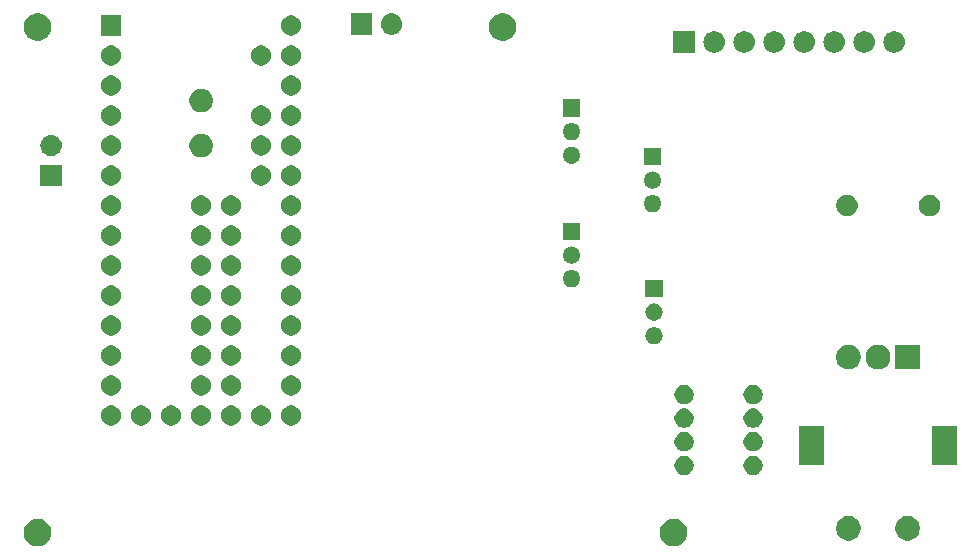
<source format=gbr>
G04 #@! TF.GenerationSoftware,KiCad,Pcbnew,5.0.2-bee76a0~70~ubuntu16.04.1*
G04 #@! TF.CreationDate,2019-04-05T17:34:59-07:00*
G04 #@! TF.ProjectId,volume_control_board,766f6c75-6d65-45f6-936f-6e74726f6c5f,rev?*
G04 #@! TF.SameCoordinates,Original*
G04 #@! TF.FileFunction,Soldermask,Bot*
G04 #@! TF.FilePolarity,Negative*
%FSLAX46Y46*%
G04 Gerber Fmt 4.6, Leading zero omitted, Abs format (unit mm)*
G04 Created by KiCad (PCBNEW 5.0.2-bee76a0~70~ubuntu16.04.1) date Fri 05 Apr 2019 05:34:59 PM PDT*
%MOMM*%
%LPD*%
G01*
G04 APERTURE LIST*
%ADD10C,0.100000*%
G04 APERTURE END LIST*
D10*
G36*
X81869734Y-98334232D02*
X82079202Y-98420996D01*
X82267723Y-98546962D01*
X82428038Y-98707277D01*
X82554004Y-98895798D01*
X82640768Y-99105266D01*
X82685000Y-99327635D01*
X82685000Y-99554365D01*
X82640768Y-99776734D01*
X82554004Y-99986202D01*
X82428038Y-100174723D01*
X82267723Y-100335038D01*
X82079202Y-100461004D01*
X81869734Y-100547768D01*
X81647365Y-100592000D01*
X81420635Y-100592000D01*
X81198266Y-100547768D01*
X80988798Y-100461004D01*
X80800277Y-100335038D01*
X80639962Y-100174723D01*
X80513996Y-99986202D01*
X80427232Y-99776734D01*
X80383000Y-99554365D01*
X80383000Y-99327635D01*
X80427232Y-99105266D01*
X80513996Y-98895798D01*
X80639962Y-98707277D01*
X80800277Y-98546962D01*
X80988798Y-98420996D01*
X81198266Y-98334232D01*
X81420635Y-98290000D01*
X81647365Y-98290000D01*
X81869734Y-98334232D01*
X81869734Y-98334232D01*
G37*
G36*
X135717734Y-98334232D02*
X135927202Y-98420996D01*
X136115723Y-98546962D01*
X136276038Y-98707277D01*
X136402004Y-98895798D01*
X136488768Y-99105266D01*
X136533000Y-99327635D01*
X136533000Y-99554365D01*
X136488768Y-99776734D01*
X136402004Y-99986202D01*
X136276038Y-100174723D01*
X136115723Y-100335038D01*
X135927202Y-100461004D01*
X135717734Y-100547768D01*
X135495365Y-100592000D01*
X135268635Y-100592000D01*
X135046266Y-100547768D01*
X134836798Y-100461004D01*
X134648277Y-100335038D01*
X134487962Y-100174723D01*
X134361996Y-99986202D01*
X134275232Y-99776734D01*
X134231000Y-99554365D01*
X134231000Y-99327635D01*
X134275232Y-99105266D01*
X134361996Y-98895798D01*
X134487962Y-98707277D01*
X134648277Y-98546962D01*
X134836798Y-98420996D01*
X135046266Y-98334232D01*
X135268635Y-98290000D01*
X135495365Y-98290000D01*
X135717734Y-98334232D01*
X135717734Y-98334232D01*
G37*
G36*
X150500565Y-98071389D02*
X150691834Y-98150615D01*
X150863976Y-98265637D01*
X151010363Y-98412024D01*
X151125385Y-98584166D01*
X151204611Y-98775435D01*
X151245000Y-98978484D01*
X151245000Y-99185516D01*
X151204611Y-99388565D01*
X151125385Y-99579834D01*
X151010363Y-99751976D01*
X150863976Y-99898363D01*
X150691834Y-100013385D01*
X150500565Y-100092611D01*
X150297516Y-100133000D01*
X150090484Y-100133000D01*
X149887435Y-100092611D01*
X149696166Y-100013385D01*
X149524024Y-99898363D01*
X149377637Y-99751976D01*
X149262615Y-99579834D01*
X149183389Y-99388565D01*
X149143000Y-99185516D01*
X149143000Y-98978484D01*
X149183389Y-98775435D01*
X149262615Y-98584166D01*
X149377637Y-98412024D01*
X149524024Y-98265637D01*
X149696166Y-98150615D01*
X149887435Y-98071389D01*
X150090484Y-98031000D01*
X150297516Y-98031000D01*
X150500565Y-98071389D01*
X150500565Y-98071389D01*
G37*
G36*
X155500565Y-98071389D02*
X155691834Y-98150615D01*
X155863976Y-98265637D01*
X156010363Y-98412024D01*
X156125385Y-98584166D01*
X156204611Y-98775435D01*
X156245000Y-98978484D01*
X156245000Y-99185516D01*
X156204611Y-99388565D01*
X156125385Y-99579834D01*
X156010363Y-99751976D01*
X155863976Y-99898363D01*
X155691834Y-100013385D01*
X155500565Y-100092611D01*
X155297516Y-100133000D01*
X155090484Y-100133000D01*
X154887435Y-100092611D01*
X154696166Y-100013385D01*
X154524024Y-99898363D01*
X154377637Y-99751976D01*
X154262615Y-99579834D01*
X154183389Y-99388565D01*
X154143000Y-99185516D01*
X154143000Y-98978484D01*
X154183389Y-98775435D01*
X154262615Y-98584166D01*
X154377637Y-98412024D01*
X154524024Y-98265637D01*
X154696166Y-98150615D01*
X154887435Y-98071389D01*
X155090484Y-98031000D01*
X155297516Y-98031000D01*
X155500565Y-98071389D01*
X155500565Y-98071389D01*
G37*
G36*
X142350142Y-92975242D02*
X142498102Y-93036530D01*
X142631258Y-93125502D01*
X142744498Y-93238742D01*
X142833470Y-93371898D01*
X142894758Y-93519858D01*
X142926000Y-93676925D01*
X142926000Y-93837075D01*
X142894758Y-93994142D01*
X142833470Y-94142102D01*
X142744498Y-94275258D01*
X142631258Y-94388498D01*
X142498102Y-94477470D01*
X142350142Y-94538758D01*
X142193075Y-94570000D01*
X142032925Y-94570000D01*
X141875858Y-94538758D01*
X141727898Y-94477470D01*
X141594742Y-94388498D01*
X141481502Y-94275258D01*
X141392530Y-94142102D01*
X141331242Y-93994142D01*
X141300000Y-93837075D01*
X141300000Y-93676925D01*
X141331242Y-93519858D01*
X141392530Y-93371898D01*
X141481502Y-93238742D01*
X141594742Y-93125502D01*
X141727898Y-93036530D01*
X141875858Y-92975242D01*
X142032925Y-92944000D01*
X142193075Y-92944000D01*
X142350142Y-92975242D01*
X142350142Y-92975242D01*
G37*
G36*
X136508142Y-92975242D02*
X136656102Y-93036530D01*
X136789258Y-93125502D01*
X136902498Y-93238742D01*
X136991470Y-93371898D01*
X137052758Y-93519858D01*
X137084000Y-93676925D01*
X137084000Y-93837075D01*
X137052758Y-93994142D01*
X136991470Y-94142102D01*
X136902498Y-94275258D01*
X136789258Y-94388498D01*
X136656102Y-94477470D01*
X136508142Y-94538758D01*
X136351075Y-94570000D01*
X136190925Y-94570000D01*
X136033858Y-94538758D01*
X135885898Y-94477470D01*
X135752742Y-94388498D01*
X135639502Y-94275258D01*
X135550530Y-94142102D01*
X135489242Y-93994142D01*
X135458000Y-93837075D01*
X135458000Y-93676925D01*
X135489242Y-93519858D01*
X135550530Y-93371898D01*
X135639502Y-93238742D01*
X135752742Y-93125502D01*
X135885898Y-93036530D01*
X136033858Y-92975242D01*
X136190925Y-92944000D01*
X136351075Y-92944000D01*
X136508142Y-92975242D01*
X136508142Y-92975242D01*
G37*
G36*
X159345000Y-93733000D02*
X157243000Y-93733000D01*
X157243000Y-90431000D01*
X159345000Y-90431000D01*
X159345000Y-93733000D01*
X159345000Y-93733000D01*
G37*
G36*
X148145000Y-93733000D02*
X146043000Y-93733000D01*
X146043000Y-90431000D01*
X148145000Y-90431000D01*
X148145000Y-93733000D01*
X148145000Y-93733000D01*
G37*
G36*
X142350142Y-90975242D02*
X142498102Y-91036530D01*
X142631258Y-91125502D01*
X142744498Y-91238742D01*
X142833470Y-91371898D01*
X142894758Y-91519858D01*
X142926000Y-91676925D01*
X142926000Y-91837075D01*
X142894758Y-91994142D01*
X142833470Y-92142102D01*
X142744498Y-92275258D01*
X142631258Y-92388498D01*
X142498102Y-92477470D01*
X142350142Y-92538758D01*
X142193075Y-92570000D01*
X142032925Y-92570000D01*
X141875858Y-92538758D01*
X141727898Y-92477470D01*
X141594742Y-92388498D01*
X141481502Y-92275258D01*
X141392530Y-92142102D01*
X141331242Y-91994142D01*
X141300000Y-91837075D01*
X141300000Y-91676925D01*
X141331242Y-91519858D01*
X141392530Y-91371898D01*
X141481502Y-91238742D01*
X141594742Y-91125502D01*
X141727898Y-91036530D01*
X141875858Y-90975242D01*
X142032925Y-90944000D01*
X142193075Y-90944000D01*
X142350142Y-90975242D01*
X142350142Y-90975242D01*
G37*
G36*
X136508142Y-90975242D02*
X136656102Y-91036530D01*
X136789258Y-91125502D01*
X136902498Y-91238742D01*
X136991470Y-91371898D01*
X137052758Y-91519858D01*
X137084000Y-91676925D01*
X137084000Y-91837075D01*
X137052758Y-91994142D01*
X136991470Y-92142102D01*
X136902498Y-92275258D01*
X136789258Y-92388498D01*
X136656102Y-92477470D01*
X136508142Y-92538758D01*
X136351075Y-92570000D01*
X136190925Y-92570000D01*
X136033858Y-92538758D01*
X135885898Y-92477470D01*
X135752742Y-92388498D01*
X135639502Y-92275258D01*
X135550530Y-92142102D01*
X135489242Y-91994142D01*
X135458000Y-91837075D01*
X135458000Y-91676925D01*
X135489242Y-91519858D01*
X135550530Y-91371898D01*
X135639502Y-91238742D01*
X135752742Y-91125502D01*
X135885898Y-91036530D01*
X136033858Y-90975242D01*
X136190925Y-90944000D01*
X136351075Y-90944000D01*
X136508142Y-90975242D01*
X136508142Y-90975242D01*
G37*
G36*
X142350142Y-88975242D02*
X142498102Y-89036530D01*
X142631258Y-89125502D01*
X142744498Y-89238742D01*
X142833470Y-89371898D01*
X142894758Y-89519858D01*
X142926000Y-89676925D01*
X142926000Y-89837075D01*
X142894758Y-89994142D01*
X142833470Y-90142102D01*
X142744498Y-90275258D01*
X142631258Y-90388498D01*
X142498102Y-90477470D01*
X142350142Y-90538758D01*
X142193075Y-90570000D01*
X142032925Y-90570000D01*
X141875858Y-90538758D01*
X141727898Y-90477470D01*
X141594742Y-90388498D01*
X141481502Y-90275258D01*
X141392530Y-90142102D01*
X141331242Y-89994142D01*
X141300000Y-89837075D01*
X141300000Y-89676925D01*
X141331242Y-89519858D01*
X141392530Y-89371898D01*
X141481502Y-89238742D01*
X141594742Y-89125502D01*
X141727898Y-89036530D01*
X141875858Y-88975242D01*
X142032925Y-88944000D01*
X142193075Y-88944000D01*
X142350142Y-88975242D01*
X142350142Y-88975242D01*
G37*
G36*
X136508142Y-88975242D02*
X136656102Y-89036530D01*
X136789258Y-89125502D01*
X136902498Y-89238742D01*
X136991470Y-89371898D01*
X137052758Y-89519858D01*
X137084000Y-89676925D01*
X137084000Y-89837075D01*
X137052758Y-89994142D01*
X136991470Y-90142102D01*
X136902498Y-90275258D01*
X136789258Y-90388498D01*
X136656102Y-90477470D01*
X136508142Y-90538758D01*
X136351075Y-90570000D01*
X136190925Y-90570000D01*
X136033858Y-90538758D01*
X135885898Y-90477470D01*
X135752742Y-90388498D01*
X135639502Y-90275258D01*
X135550530Y-90142102D01*
X135489242Y-89994142D01*
X135458000Y-89837075D01*
X135458000Y-89676925D01*
X135489242Y-89519858D01*
X135550530Y-89371898D01*
X135639502Y-89238742D01*
X135752742Y-89125502D01*
X135885898Y-89036530D01*
X136033858Y-88975242D01*
X136190925Y-88944000D01*
X136351075Y-88944000D01*
X136508142Y-88975242D01*
X136508142Y-88975242D01*
G37*
G36*
X103245228Y-88716703D02*
X103400100Y-88780853D01*
X103539481Y-88873985D01*
X103658015Y-88992519D01*
X103751147Y-89131900D01*
X103815297Y-89286772D01*
X103848000Y-89451184D01*
X103848000Y-89618816D01*
X103815297Y-89783228D01*
X103751147Y-89938100D01*
X103658015Y-90077481D01*
X103539481Y-90196015D01*
X103400100Y-90289147D01*
X103245228Y-90353297D01*
X103080816Y-90386000D01*
X102913184Y-90386000D01*
X102748772Y-90353297D01*
X102593900Y-90289147D01*
X102454519Y-90196015D01*
X102335985Y-90077481D01*
X102242853Y-89938100D01*
X102178703Y-89783228D01*
X102146000Y-89618816D01*
X102146000Y-89451184D01*
X102178703Y-89286772D01*
X102242853Y-89131900D01*
X102335985Y-88992519D01*
X102454519Y-88873985D01*
X102593900Y-88780853D01*
X102748772Y-88716703D01*
X102913184Y-88684000D01*
X103080816Y-88684000D01*
X103245228Y-88716703D01*
X103245228Y-88716703D01*
G37*
G36*
X90545228Y-88716703D02*
X90700100Y-88780853D01*
X90839481Y-88873985D01*
X90958015Y-88992519D01*
X91051147Y-89131900D01*
X91115297Y-89286772D01*
X91148000Y-89451184D01*
X91148000Y-89618816D01*
X91115297Y-89783228D01*
X91051147Y-89938100D01*
X90958015Y-90077481D01*
X90839481Y-90196015D01*
X90700100Y-90289147D01*
X90545228Y-90353297D01*
X90380816Y-90386000D01*
X90213184Y-90386000D01*
X90048772Y-90353297D01*
X89893900Y-90289147D01*
X89754519Y-90196015D01*
X89635985Y-90077481D01*
X89542853Y-89938100D01*
X89478703Y-89783228D01*
X89446000Y-89618816D01*
X89446000Y-89451184D01*
X89478703Y-89286772D01*
X89542853Y-89131900D01*
X89635985Y-88992519D01*
X89754519Y-88873985D01*
X89893900Y-88780853D01*
X90048772Y-88716703D01*
X90213184Y-88684000D01*
X90380816Y-88684000D01*
X90545228Y-88716703D01*
X90545228Y-88716703D01*
G37*
G36*
X88005228Y-88716703D02*
X88160100Y-88780853D01*
X88299481Y-88873985D01*
X88418015Y-88992519D01*
X88511147Y-89131900D01*
X88575297Y-89286772D01*
X88608000Y-89451184D01*
X88608000Y-89618816D01*
X88575297Y-89783228D01*
X88511147Y-89938100D01*
X88418015Y-90077481D01*
X88299481Y-90196015D01*
X88160100Y-90289147D01*
X88005228Y-90353297D01*
X87840816Y-90386000D01*
X87673184Y-90386000D01*
X87508772Y-90353297D01*
X87353900Y-90289147D01*
X87214519Y-90196015D01*
X87095985Y-90077481D01*
X87002853Y-89938100D01*
X86938703Y-89783228D01*
X86906000Y-89618816D01*
X86906000Y-89451184D01*
X86938703Y-89286772D01*
X87002853Y-89131900D01*
X87095985Y-88992519D01*
X87214519Y-88873985D01*
X87353900Y-88780853D01*
X87508772Y-88716703D01*
X87673184Y-88684000D01*
X87840816Y-88684000D01*
X88005228Y-88716703D01*
X88005228Y-88716703D01*
G37*
G36*
X93085228Y-88716703D02*
X93240100Y-88780853D01*
X93379481Y-88873985D01*
X93498015Y-88992519D01*
X93591147Y-89131900D01*
X93655297Y-89286772D01*
X93688000Y-89451184D01*
X93688000Y-89618816D01*
X93655297Y-89783228D01*
X93591147Y-89938100D01*
X93498015Y-90077481D01*
X93379481Y-90196015D01*
X93240100Y-90289147D01*
X93085228Y-90353297D01*
X92920816Y-90386000D01*
X92753184Y-90386000D01*
X92588772Y-90353297D01*
X92433900Y-90289147D01*
X92294519Y-90196015D01*
X92175985Y-90077481D01*
X92082853Y-89938100D01*
X92018703Y-89783228D01*
X91986000Y-89618816D01*
X91986000Y-89451184D01*
X92018703Y-89286772D01*
X92082853Y-89131900D01*
X92175985Y-88992519D01*
X92294519Y-88873985D01*
X92433900Y-88780853D01*
X92588772Y-88716703D01*
X92753184Y-88684000D01*
X92920816Y-88684000D01*
X93085228Y-88716703D01*
X93085228Y-88716703D01*
G37*
G36*
X98165228Y-88716703D02*
X98320100Y-88780853D01*
X98459481Y-88873985D01*
X98578015Y-88992519D01*
X98671147Y-89131900D01*
X98735297Y-89286772D01*
X98768000Y-89451184D01*
X98768000Y-89618816D01*
X98735297Y-89783228D01*
X98671147Y-89938100D01*
X98578015Y-90077481D01*
X98459481Y-90196015D01*
X98320100Y-90289147D01*
X98165228Y-90353297D01*
X98000816Y-90386000D01*
X97833184Y-90386000D01*
X97668772Y-90353297D01*
X97513900Y-90289147D01*
X97374519Y-90196015D01*
X97255985Y-90077481D01*
X97162853Y-89938100D01*
X97098703Y-89783228D01*
X97066000Y-89618816D01*
X97066000Y-89451184D01*
X97098703Y-89286772D01*
X97162853Y-89131900D01*
X97255985Y-88992519D01*
X97374519Y-88873985D01*
X97513900Y-88780853D01*
X97668772Y-88716703D01*
X97833184Y-88684000D01*
X98000816Y-88684000D01*
X98165228Y-88716703D01*
X98165228Y-88716703D01*
G37*
G36*
X100705228Y-88716703D02*
X100860100Y-88780853D01*
X100999481Y-88873985D01*
X101118015Y-88992519D01*
X101211147Y-89131900D01*
X101275297Y-89286772D01*
X101308000Y-89451184D01*
X101308000Y-89618816D01*
X101275297Y-89783228D01*
X101211147Y-89938100D01*
X101118015Y-90077481D01*
X100999481Y-90196015D01*
X100860100Y-90289147D01*
X100705228Y-90353297D01*
X100540816Y-90386000D01*
X100373184Y-90386000D01*
X100208772Y-90353297D01*
X100053900Y-90289147D01*
X99914519Y-90196015D01*
X99795985Y-90077481D01*
X99702853Y-89938100D01*
X99638703Y-89783228D01*
X99606000Y-89618816D01*
X99606000Y-89451184D01*
X99638703Y-89286772D01*
X99702853Y-89131900D01*
X99795985Y-88992519D01*
X99914519Y-88873985D01*
X100053900Y-88780853D01*
X100208772Y-88716703D01*
X100373184Y-88684000D01*
X100540816Y-88684000D01*
X100705228Y-88716703D01*
X100705228Y-88716703D01*
G37*
G36*
X95625228Y-88716703D02*
X95780100Y-88780853D01*
X95919481Y-88873985D01*
X96038015Y-88992519D01*
X96131147Y-89131900D01*
X96195297Y-89286772D01*
X96228000Y-89451184D01*
X96228000Y-89618816D01*
X96195297Y-89783228D01*
X96131147Y-89938100D01*
X96038015Y-90077481D01*
X95919481Y-90196015D01*
X95780100Y-90289147D01*
X95625228Y-90353297D01*
X95460816Y-90386000D01*
X95293184Y-90386000D01*
X95128772Y-90353297D01*
X94973900Y-90289147D01*
X94834519Y-90196015D01*
X94715985Y-90077481D01*
X94622853Y-89938100D01*
X94558703Y-89783228D01*
X94526000Y-89618816D01*
X94526000Y-89451184D01*
X94558703Y-89286772D01*
X94622853Y-89131900D01*
X94715985Y-88992519D01*
X94834519Y-88873985D01*
X94973900Y-88780853D01*
X95128772Y-88716703D01*
X95293184Y-88684000D01*
X95460816Y-88684000D01*
X95625228Y-88716703D01*
X95625228Y-88716703D01*
G37*
G36*
X142350142Y-86975242D02*
X142498102Y-87036530D01*
X142561387Y-87078816D01*
X142631257Y-87125501D01*
X142744499Y-87238743D01*
X142788683Y-87304870D01*
X142833470Y-87371898D01*
X142894758Y-87519858D01*
X142926000Y-87676925D01*
X142926000Y-87837075D01*
X142894758Y-87994142D01*
X142833470Y-88142102D01*
X142744498Y-88275258D01*
X142631258Y-88388498D01*
X142498102Y-88477470D01*
X142350142Y-88538758D01*
X142193075Y-88570000D01*
X142032925Y-88570000D01*
X141875858Y-88538758D01*
X141727898Y-88477470D01*
X141594742Y-88388498D01*
X141481502Y-88275258D01*
X141392530Y-88142102D01*
X141331242Y-87994142D01*
X141300000Y-87837075D01*
X141300000Y-87676925D01*
X141331242Y-87519858D01*
X141392530Y-87371898D01*
X141437317Y-87304870D01*
X141481501Y-87238743D01*
X141594743Y-87125501D01*
X141664613Y-87078816D01*
X141727898Y-87036530D01*
X141875858Y-86975242D01*
X142032925Y-86944000D01*
X142193075Y-86944000D01*
X142350142Y-86975242D01*
X142350142Y-86975242D01*
G37*
G36*
X136508142Y-86975242D02*
X136656102Y-87036530D01*
X136719387Y-87078816D01*
X136789257Y-87125501D01*
X136902499Y-87238743D01*
X136946683Y-87304870D01*
X136991470Y-87371898D01*
X137052758Y-87519858D01*
X137084000Y-87676925D01*
X137084000Y-87837075D01*
X137052758Y-87994142D01*
X136991470Y-88142102D01*
X136902498Y-88275258D01*
X136789258Y-88388498D01*
X136656102Y-88477470D01*
X136508142Y-88538758D01*
X136351075Y-88570000D01*
X136190925Y-88570000D01*
X136033858Y-88538758D01*
X135885898Y-88477470D01*
X135752742Y-88388498D01*
X135639502Y-88275258D01*
X135550530Y-88142102D01*
X135489242Y-87994142D01*
X135458000Y-87837075D01*
X135458000Y-87676925D01*
X135489242Y-87519858D01*
X135550530Y-87371898D01*
X135595317Y-87304870D01*
X135639501Y-87238743D01*
X135752743Y-87125501D01*
X135822613Y-87078816D01*
X135885898Y-87036530D01*
X136033858Y-86975242D01*
X136190925Y-86944000D01*
X136351075Y-86944000D01*
X136508142Y-86975242D01*
X136508142Y-86975242D01*
G37*
G36*
X98165228Y-86176703D02*
X98320100Y-86240853D01*
X98459481Y-86333985D01*
X98578015Y-86452519D01*
X98671147Y-86591900D01*
X98735297Y-86746772D01*
X98768000Y-86911184D01*
X98768000Y-87078816D01*
X98735297Y-87243228D01*
X98671147Y-87398100D01*
X98578015Y-87537481D01*
X98459481Y-87656015D01*
X98320100Y-87749147D01*
X98165228Y-87813297D01*
X98000816Y-87846000D01*
X97833184Y-87846000D01*
X97668772Y-87813297D01*
X97513900Y-87749147D01*
X97374519Y-87656015D01*
X97255985Y-87537481D01*
X97162853Y-87398100D01*
X97098703Y-87243228D01*
X97066000Y-87078816D01*
X97066000Y-86911184D01*
X97098703Y-86746772D01*
X97162853Y-86591900D01*
X97255985Y-86452519D01*
X97374519Y-86333985D01*
X97513900Y-86240853D01*
X97668772Y-86176703D01*
X97833184Y-86144000D01*
X98000816Y-86144000D01*
X98165228Y-86176703D01*
X98165228Y-86176703D01*
G37*
G36*
X103245228Y-86176703D02*
X103400100Y-86240853D01*
X103539481Y-86333985D01*
X103658015Y-86452519D01*
X103751147Y-86591900D01*
X103815297Y-86746772D01*
X103848000Y-86911184D01*
X103848000Y-87078816D01*
X103815297Y-87243228D01*
X103751147Y-87398100D01*
X103658015Y-87537481D01*
X103539481Y-87656015D01*
X103400100Y-87749147D01*
X103245228Y-87813297D01*
X103080816Y-87846000D01*
X102913184Y-87846000D01*
X102748772Y-87813297D01*
X102593900Y-87749147D01*
X102454519Y-87656015D01*
X102335985Y-87537481D01*
X102242853Y-87398100D01*
X102178703Y-87243228D01*
X102146000Y-87078816D01*
X102146000Y-86911184D01*
X102178703Y-86746772D01*
X102242853Y-86591900D01*
X102335985Y-86452519D01*
X102454519Y-86333985D01*
X102593900Y-86240853D01*
X102748772Y-86176703D01*
X102913184Y-86144000D01*
X103080816Y-86144000D01*
X103245228Y-86176703D01*
X103245228Y-86176703D01*
G37*
G36*
X88005228Y-86176703D02*
X88160100Y-86240853D01*
X88299481Y-86333985D01*
X88418015Y-86452519D01*
X88511147Y-86591900D01*
X88575297Y-86746772D01*
X88608000Y-86911184D01*
X88608000Y-87078816D01*
X88575297Y-87243228D01*
X88511147Y-87398100D01*
X88418015Y-87537481D01*
X88299481Y-87656015D01*
X88160100Y-87749147D01*
X88005228Y-87813297D01*
X87840816Y-87846000D01*
X87673184Y-87846000D01*
X87508772Y-87813297D01*
X87353900Y-87749147D01*
X87214519Y-87656015D01*
X87095985Y-87537481D01*
X87002853Y-87398100D01*
X86938703Y-87243228D01*
X86906000Y-87078816D01*
X86906000Y-86911184D01*
X86938703Y-86746772D01*
X87002853Y-86591900D01*
X87095985Y-86452519D01*
X87214519Y-86333985D01*
X87353900Y-86240853D01*
X87508772Y-86176703D01*
X87673184Y-86144000D01*
X87840816Y-86144000D01*
X88005228Y-86176703D01*
X88005228Y-86176703D01*
G37*
G36*
X95625228Y-86176703D02*
X95780100Y-86240853D01*
X95919481Y-86333985D01*
X96038015Y-86452519D01*
X96131147Y-86591900D01*
X96195297Y-86746772D01*
X96228000Y-86911184D01*
X96228000Y-87078816D01*
X96195297Y-87243228D01*
X96131147Y-87398100D01*
X96038015Y-87537481D01*
X95919481Y-87656015D01*
X95780100Y-87749147D01*
X95625228Y-87813297D01*
X95460816Y-87846000D01*
X95293184Y-87846000D01*
X95128772Y-87813297D01*
X94973900Y-87749147D01*
X94834519Y-87656015D01*
X94715985Y-87537481D01*
X94622853Y-87398100D01*
X94558703Y-87243228D01*
X94526000Y-87078816D01*
X94526000Y-86911184D01*
X94558703Y-86746772D01*
X94622853Y-86591900D01*
X94715985Y-86452519D01*
X94834519Y-86333985D01*
X94973900Y-86240853D01*
X95128772Y-86176703D01*
X95293184Y-86144000D01*
X95460816Y-86144000D01*
X95625228Y-86176703D01*
X95625228Y-86176703D01*
G37*
G36*
X156245000Y-85633000D02*
X154143000Y-85633000D01*
X154143000Y-83531000D01*
X156245000Y-83531000D01*
X156245000Y-85633000D01*
X156245000Y-85633000D01*
G37*
G36*
X150500565Y-83571389D02*
X150691834Y-83650615D01*
X150863976Y-83765637D01*
X151010363Y-83912024D01*
X151125385Y-84084166D01*
X151204611Y-84275435D01*
X151245000Y-84478484D01*
X151245000Y-84685516D01*
X151204611Y-84888565D01*
X151125385Y-85079834D01*
X151010363Y-85251976D01*
X150863976Y-85398363D01*
X150691834Y-85513385D01*
X150500565Y-85592611D01*
X150297516Y-85633000D01*
X150090484Y-85633000D01*
X149887435Y-85592611D01*
X149696166Y-85513385D01*
X149524024Y-85398363D01*
X149377637Y-85251976D01*
X149262615Y-85079834D01*
X149183389Y-84888565D01*
X149143000Y-84685516D01*
X149143000Y-84478484D01*
X149183389Y-84275435D01*
X149262615Y-84084166D01*
X149377637Y-83912024D01*
X149524024Y-83765637D01*
X149696166Y-83650615D01*
X149887435Y-83571389D01*
X150090484Y-83531000D01*
X150297516Y-83531000D01*
X150500565Y-83571389D01*
X150500565Y-83571389D01*
G37*
G36*
X153000565Y-83571389D02*
X153191834Y-83650615D01*
X153363976Y-83765637D01*
X153510363Y-83912024D01*
X153625385Y-84084166D01*
X153704611Y-84275435D01*
X153745000Y-84478484D01*
X153745000Y-84685516D01*
X153704611Y-84888565D01*
X153625385Y-85079834D01*
X153510363Y-85251976D01*
X153363976Y-85398363D01*
X153191834Y-85513385D01*
X153000565Y-85592611D01*
X152797516Y-85633000D01*
X152590484Y-85633000D01*
X152387435Y-85592611D01*
X152196166Y-85513385D01*
X152024024Y-85398363D01*
X151877637Y-85251976D01*
X151762615Y-85079834D01*
X151683389Y-84888565D01*
X151643000Y-84685516D01*
X151643000Y-84478484D01*
X151683389Y-84275435D01*
X151762615Y-84084166D01*
X151877637Y-83912024D01*
X152024024Y-83765637D01*
X152196166Y-83650615D01*
X152387435Y-83571389D01*
X152590484Y-83531000D01*
X152797516Y-83531000D01*
X153000565Y-83571389D01*
X153000565Y-83571389D01*
G37*
G36*
X103245228Y-83636703D02*
X103400100Y-83700853D01*
X103539481Y-83793985D01*
X103658015Y-83912519D01*
X103751147Y-84051900D01*
X103815297Y-84206772D01*
X103848000Y-84371184D01*
X103848000Y-84538816D01*
X103815297Y-84703228D01*
X103751147Y-84858100D01*
X103658015Y-84997481D01*
X103539481Y-85116015D01*
X103400100Y-85209147D01*
X103245228Y-85273297D01*
X103080816Y-85306000D01*
X102913184Y-85306000D01*
X102748772Y-85273297D01*
X102593900Y-85209147D01*
X102454519Y-85116015D01*
X102335985Y-84997481D01*
X102242853Y-84858100D01*
X102178703Y-84703228D01*
X102146000Y-84538816D01*
X102146000Y-84371184D01*
X102178703Y-84206772D01*
X102242853Y-84051900D01*
X102335985Y-83912519D01*
X102454519Y-83793985D01*
X102593900Y-83700853D01*
X102748772Y-83636703D01*
X102913184Y-83604000D01*
X103080816Y-83604000D01*
X103245228Y-83636703D01*
X103245228Y-83636703D01*
G37*
G36*
X88005228Y-83636703D02*
X88160100Y-83700853D01*
X88299481Y-83793985D01*
X88418015Y-83912519D01*
X88511147Y-84051900D01*
X88575297Y-84206772D01*
X88608000Y-84371184D01*
X88608000Y-84538816D01*
X88575297Y-84703228D01*
X88511147Y-84858100D01*
X88418015Y-84997481D01*
X88299481Y-85116015D01*
X88160100Y-85209147D01*
X88005228Y-85273297D01*
X87840816Y-85306000D01*
X87673184Y-85306000D01*
X87508772Y-85273297D01*
X87353900Y-85209147D01*
X87214519Y-85116015D01*
X87095985Y-84997481D01*
X87002853Y-84858100D01*
X86938703Y-84703228D01*
X86906000Y-84538816D01*
X86906000Y-84371184D01*
X86938703Y-84206772D01*
X87002853Y-84051900D01*
X87095985Y-83912519D01*
X87214519Y-83793985D01*
X87353900Y-83700853D01*
X87508772Y-83636703D01*
X87673184Y-83604000D01*
X87840816Y-83604000D01*
X88005228Y-83636703D01*
X88005228Y-83636703D01*
G37*
G36*
X95625228Y-83636703D02*
X95780100Y-83700853D01*
X95919481Y-83793985D01*
X96038015Y-83912519D01*
X96131147Y-84051900D01*
X96195297Y-84206772D01*
X96228000Y-84371184D01*
X96228000Y-84538816D01*
X96195297Y-84703228D01*
X96131147Y-84858100D01*
X96038015Y-84997481D01*
X95919481Y-85116015D01*
X95780100Y-85209147D01*
X95625228Y-85273297D01*
X95460816Y-85306000D01*
X95293184Y-85306000D01*
X95128772Y-85273297D01*
X94973900Y-85209147D01*
X94834519Y-85116015D01*
X94715985Y-84997481D01*
X94622853Y-84858100D01*
X94558703Y-84703228D01*
X94526000Y-84538816D01*
X94526000Y-84371184D01*
X94558703Y-84206772D01*
X94622853Y-84051900D01*
X94715985Y-83912519D01*
X94834519Y-83793985D01*
X94973900Y-83700853D01*
X95128772Y-83636703D01*
X95293184Y-83604000D01*
X95460816Y-83604000D01*
X95625228Y-83636703D01*
X95625228Y-83636703D01*
G37*
G36*
X98165228Y-83636703D02*
X98320100Y-83700853D01*
X98459481Y-83793985D01*
X98578015Y-83912519D01*
X98671147Y-84051900D01*
X98735297Y-84206772D01*
X98768000Y-84371184D01*
X98768000Y-84538816D01*
X98735297Y-84703228D01*
X98671147Y-84858100D01*
X98578015Y-84997481D01*
X98459481Y-85116015D01*
X98320100Y-85209147D01*
X98165228Y-85273297D01*
X98000816Y-85306000D01*
X97833184Y-85306000D01*
X97668772Y-85273297D01*
X97513900Y-85209147D01*
X97374519Y-85116015D01*
X97255985Y-84997481D01*
X97162853Y-84858100D01*
X97098703Y-84703228D01*
X97066000Y-84538816D01*
X97066000Y-84371184D01*
X97098703Y-84206772D01*
X97162853Y-84051900D01*
X97255985Y-83912519D01*
X97374519Y-83793985D01*
X97513900Y-83700853D01*
X97668772Y-83636703D01*
X97833184Y-83604000D01*
X98000816Y-83604000D01*
X98165228Y-83636703D01*
X98165228Y-83636703D01*
G37*
G36*
X133787991Y-82048101D02*
X133873321Y-82056505D01*
X134010172Y-82098019D01*
X134010174Y-82098020D01*
X134010177Y-82098021D01*
X134136296Y-82165432D01*
X134246843Y-82256157D01*
X134337568Y-82366704D01*
X134404979Y-82492823D01*
X134404980Y-82492826D01*
X134404981Y-82492828D01*
X134446495Y-82629679D01*
X134460512Y-82772000D01*
X134446495Y-82914321D01*
X134404981Y-83051172D01*
X134404979Y-83051177D01*
X134337568Y-83177296D01*
X134246843Y-83287843D01*
X134136296Y-83378568D01*
X134010177Y-83445979D01*
X134010174Y-83445980D01*
X134010172Y-83445981D01*
X133873321Y-83487495D01*
X133787991Y-83495899D01*
X133766660Y-83498000D01*
X133695340Y-83498000D01*
X133674009Y-83495899D01*
X133588679Y-83487495D01*
X133451828Y-83445981D01*
X133451826Y-83445980D01*
X133451823Y-83445979D01*
X133325704Y-83378568D01*
X133215157Y-83287843D01*
X133124432Y-83177296D01*
X133057021Y-83051177D01*
X133057019Y-83051172D01*
X133015505Y-82914321D01*
X133001488Y-82772000D01*
X133015505Y-82629679D01*
X133057019Y-82492828D01*
X133057020Y-82492826D01*
X133057021Y-82492823D01*
X133124432Y-82366704D01*
X133215157Y-82256157D01*
X133325704Y-82165432D01*
X133451823Y-82098021D01*
X133451826Y-82098020D01*
X133451828Y-82098019D01*
X133588679Y-82056505D01*
X133674009Y-82048101D01*
X133695340Y-82046000D01*
X133766660Y-82046000D01*
X133787991Y-82048101D01*
X133787991Y-82048101D01*
G37*
G36*
X103245228Y-81096703D02*
X103400100Y-81160853D01*
X103539481Y-81253985D01*
X103658015Y-81372519D01*
X103751147Y-81511900D01*
X103815297Y-81666772D01*
X103848000Y-81831184D01*
X103848000Y-81998816D01*
X103815297Y-82163228D01*
X103751147Y-82318100D01*
X103658015Y-82457481D01*
X103539481Y-82576015D01*
X103400100Y-82669147D01*
X103245228Y-82733297D01*
X103080816Y-82766000D01*
X102913184Y-82766000D01*
X102748772Y-82733297D01*
X102593900Y-82669147D01*
X102454519Y-82576015D01*
X102335985Y-82457481D01*
X102242853Y-82318100D01*
X102178703Y-82163228D01*
X102146000Y-81998816D01*
X102146000Y-81831184D01*
X102178703Y-81666772D01*
X102242853Y-81511900D01*
X102335985Y-81372519D01*
X102454519Y-81253985D01*
X102593900Y-81160853D01*
X102748772Y-81096703D01*
X102913184Y-81064000D01*
X103080816Y-81064000D01*
X103245228Y-81096703D01*
X103245228Y-81096703D01*
G37*
G36*
X98165228Y-81096703D02*
X98320100Y-81160853D01*
X98459481Y-81253985D01*
X98578015Y-81372519D01*
X98671147Y-81511900D01*
X98735297Y-81666772D01*
X98768000Y-81831184D01*
X98768000Y-81998816D01*
X98735297Y-82163228D01*
X98671147Y-82318100D01*
X98578015Y-82457481D01*
X98459481Y-82576015D01*
X98320100Y-82669147D01*
X98165228Y-82733297D01*
X98000816Y-82766000D01*
X97833184Y-82766000D01*
X97668772Y-82733297D01*
X97513900Y-82669147D01*
X97374519Y-82576015D01*
X97255985Y-82457481D01*
X97162853Y-82318100D01*
X97098703Y-82163228D01*
X97066000Y-81998816D01*
X97066000Y-81831184D01*
X97098703Y-81666772D01*
X97162853Y-81511900D01*
X97255985Y-81372519D01*
X97374519Y-81253985D01*
X97513900Y-81160853D01*
X97668772Y-81096703D01*
X97833184Y-81064000D01*
X98000816Y-81064000D01*
X98165228Y-81096703D01*
X98165228Y-81096703D01*
G37*
G36*
X95625228Y-81096703D02*
X95780100Y-81160853D01*
X95919481Y-81253985D01*
X96038015Y-81372519D01*
X96131147Y-81511900D01*
X96195297Y-81666772D01*
X96228000Y-81831184D01*
X96228000Y-81998816D01*
X96195297Y-82163228D01*
X96131147Y-82318100D01*
X96038015Y-82457481D01*
X95919481Y-82576015D01*
X95780100Y-82669147D01*
X95625228Y-82733297D01*
X95460816Y-82766000D01*
X95293184Y-82766000D01*
X95128772Y-82733297D01*
X94973900Y-82669147D01*
X94834519Y-82576015D01*
X94715985Y-82457481D01*
X94622853Y-82318100D01*
X94558703Y-82163228D01*
X94526000Y-81998816D01*
X94526000Y-81831184D01*
X94558703Y-81666772D01*
X94622853Y-81511900D01*
X94715985Y-81372519D01*
X94834519Y-81253985D01*
X94973900Y-81160853D01*
X95128772Y-81096703D01*
X95293184Y-81064000D01*
X95460816Y-81064000D01*
X95625228Y-81096703D01*
X95625228Y-81096703D01*
G37*
G36*
X88005228Y-81096703D02*
X88160100Y-81160853D01*
X88299481Y-81253985D01*
X88418015Y-81372519D01*
X88511147Y-81511900D01*
X88575297Y-81666772D01*
X88608000Y-81831184D01*
X88608000Y-81998816D01*
X88575297Y-82163228D01*
X88511147Y-82318100D01*
X88418015Y-82457481D01*
X88299481Y-82576015D01*
X88160100Y-82669147D01*
X88005228Y-82733297D01*
X87840816Y-82766000D01*
X87673184Y-82766000D01*
X87508772Y-82733297D01*
X87353900Y-82669147D01*
X87214519Y-82576015D01*
X87095985Y-82457481D01*
X87002853Y-82318100D01*
X86938703Y-82163228D01*
X86906000Y-81998816D01*
X86906000Y-81831184D01*
X86938703Y-81666772D01*
X87002853Y-81511900D01*
X87095985Y-81372519D01*
X87214519Y-81253985D01*
X87353900Y-81160853D01*
X87508772Y-81096703D01*
X87673184Y-81064000D01*
X87840816Y-81064000D01*
X88005228Y-81096703D01*
X88005228Y-81096703D01*
G37*
G36*
X133787991Y-80048101D02*
X133873321Y-80056505D01*
X134010172Y-80098019D01*
X134010174Y-80098020D01*
X134010177Y-80098021D01*
X134136296Y-80165432D01*
X134246843Y-80256157D01*
X134337568Y-80366704D01*
X134404979Y-80492823D01*
X134404980Y-80492826D01*
X134404981Y-80492828D01*
X134446495Y-80629679D01*
X134460512Y-80772000D01*
X134446495Y-80914321D01*
X134404981Y-81051172D01*
X134404979Y-81051177D01*
X134337568Y-81177296D01*
X134246843Y-81287843D01*
X134136296Y-81378568D01*
X134010177Y-81445979D01*
X134010174Y-81445980D01*
X134010172Y-81445981D01*
X133873321Y-81487495D01*
X133787991Y-81495899D01*
X133766660Y-81498000D01*
X133695340Y-81498000D01*
X133674009Y-81495899D01*
X133588679Y-81487495D01*
X133451828Y-81445981D01*
X133451826Y-81445980D01*
X133451823Y-81445979D01*
X133325704Y-81378568D01*
X133215157Y-81287843D01*
X133124432Y-81177296D01*
X133057021Y-81051177D01*
X133057019Y-81051172D01*
X133015505Y-80914321D01*
X133001488Y-80772000D01*
X133015505Y-80629679D01*
X133057019Y-80492828D01*
X133057020Y-80492826D01*
X133057021Y-80492823D01*
X133124432Y-80366704D01*
X133215157Y-80256157D01*
X133325704Y-80165432D01*
X133451823Y-80098021D01*
X133451826Y-80098020D01*
X133451828Y-80098019D01*
X133588679Y-80056505D01*
X133674009Y-80048101D01*
X133695340Y-80046000D01*
X133766660Y-80046000D01*
X133787991Y-80048101D01*
X133787991Y-80048101D01*
G37*
G36*
X88005228Y-78556703D02*
X88160100Y-78620853D01*
X88299481Y-78713985D01*
X88418015Y-78832519D01*
X88511147Y-78971900D01*
X88575297Y-79126772D01*
X88608000Y-79291184D01*
X88608000Y-79458816D01*
X88575297Y-79623228D01*
X88511147Y-79778100D01*
X88418015Y-79917481D01*
X88299481Y-80036015D01*
X88160100Y-80129147D01*
X88005228Y-80193297D01*
X87840816Y-80226000D01*
X87673184Y-80226000D01*
X87508772Y-80193297D01*
X87353900Y-80129147D01*
X87214519Y-80036015D01*
X87095985Y-79917481D01*
X87002853Y-79778100D01*
X86938703Y-79623228D01*
X86906000Y-79458816D01*
X86906000Y-79291184D01*
X86938703Y-79126772D01*
X87002853Y-78971900D01*
X87095985Y-78832519D01*
X87214519Y-78713985D01*
X87353900Y-78620853D01*
X87508772Y-78556703D01*
X87673184Y-78524000D01*
X87840816Y-78524000D01*
X88005228Y-78556703D01*
X88005228Y-78556703D01*
G37*
G36*
X98165228Y-78556703D02*
X98320100Y-78620853D01*
X98459481Y-78713985D01*
X98578015Y-78832519D01*
X98671147Y-78971900D01*
X98735297Y-79126772D01*
X98768000Y-79291184D01*
X98768000Y-79458816D01*
X98735297Y-79623228D01*
X98671147Y-79778100D01*
X98578015Y-79917481D01*
X98459481Y-80036015D01*
X98320100Y-80129147D01*
X98165228Y-80193297D01*
X98000816Y-80226000D01*
X97833184Y-80226000D01*
X97668772Y-80193297D01*
X97513900Y-80129147D01*
X97374519Y-80036015D01*
X97255985Y-79917481D01*
X97162853Y-79778100D01*
X97098703Y-79623228D01*
X97066000Y-79458816D01*
X97066000Y-79291184D01*
X97098703Y-79126772D01*
X97162853Y-78971900D01*
X97255985Y-78832519D01*
X97374519Y-78713985D01*
X97513900Y-78620853D01*
X97668772Y-78556703D01*
X97833184Y-78524000D01*
X98000816Y-78524000D01*
X98165228Y-78556703D01*
X98165228Y-78556703D01*
G37*
G36*
X103245228Y-78556703D02*
X103400100Y-78620853D01*
X103539481Y-78713985D01*
X103658015Y-78832519D01*
X103751147Y-78971900D01*
X103815297Y-79126772D01*
X103848000Y-79291184D01*
X103848000Y-79458816D01*
X103815297Y-79623228D01*
X103751147Y-79778100D01*
X103658015Y-79917481D01*
X103539481Y-80036015D01*
X103400100Y-80129147D01*
X103245228Y-80193297D01*
X103080816Y-80226000D01*
X102913184Y-80226000D01*
X102748772Y-80193297D01*
X102593900Y-80129147D01*
X102454519Y-80036015D01*
X102335985Y-79917481D01*
X102242853Y-79778100D01*
X102178703Y-79623228D01*
X102146000Y-79458816D01*
X102146000Y-79291184D01*
X102178703Y-79126772D01*
X102242853Y-78971900D01*
X102335985Y-78832519D01*
X102454519Y-78713985D01*
X102593900Y-78620853D01*
X102748772Y-78556703D01*
X102913184Y-78524000D01*
X103080816Y-78524000D01*
X103245228Y-78556703D01*
X103245228Y-78556703D01*
G37*
G36*
X95625228Y-78556703D02*
X95780100Y-78620853D01*
X95919481Y-78713985D01*
X96038015Y-78832519D01*
X96131147Y-78971900D01*
X96195297Y-79126772D01*
X96228000Y-79291184D01*
X96228000Y-79458816D01*
X96195297Y-79623228D01*
X96131147Y-79778100D01*
X96038015Y-79917481D01*
X95919481Y-80036015D01*
X95780100Y-80129147D01*
X95625228Y-80193297D01*
X95460816Y-80226000D01*
X95293184Y-80226000D01*
X95128772Y-80193297D01*
X94973900Y-80129147D01*
X94834519Y-80036015D01*
X94715985Y-79917481D01*
X94622853Y-79778100D01*
X94558703Y-79623228D01*
X94526000Y-79458816D01*
X94526000Y-79291184D01*
X94558703Y-79126772D01*
X94622853Y-78971900D01*
X94715985Y-78832519D01*
X94834519Y-78713985D01*
X94973900Y-78620853D01*
X95128772Y-78556703D01*
X95293184Y-78524000D01*
X95460816Y-78524000D01*
X95625228Y-78556703D01*
X95625228Y-78556703D01*
G37*
G36*
X134457000Y-79498000D02*
X133005000Y-79498000D01*
X133005000Y-78046000D01*
X134457000Y-78046000D01*
X134457000Y-79498000D01*
X134457000Y-79498000D01*
G37*
G36*
X126802991Y-77222101D02*
X126888321Y-77230505D01*
X127025172Y-77272019D01*
X127025174Y-77272020D01*
X127025177Y-77272021D01*
X127151296Y-77339432D01*
X127261843Y-77430157D01*
X127352568Y-77540704D01*
X127419979Y-77666823D01*
X127419980Y-77666826D01*
X127419981Y-77666828D01*
X127461495Y-77803679D01*
X127475512Y-77946000D01*
X127461495Y-78088321D01*
X127419981Y-78225172D01*
X127419979Y-78225177D01*
X127352568Y-78351296D01*
X127261843Y-78461843D01*
X127151296Y-78552568D01*
X127025177Y-78619979D01*
X127025174Y-78619980D01*
X127025172Y-78619981D01*
X126888321Y-78661495D01*
X126802991Y-78669899D01*
X126781660Y-78672000D01*
X126710340Y-78672000D01*
X126689009Y-78669899D01*
X126603679Y-78661495D01*
X126466828Y-78619981D01*
X126466826Y-78619980D01*
X126466823Y-78619979D01*
X126340704Y-78552568D01*
X126230157Y-78461843D01*
X126139432Y-78351296D01*
X126072021Y-78225177D01*
X126072019Y-78225172D01*
X126030505Y-78088321D01*
X126016488Y-77946000D01*
X126030505Y-77803679D01*
X126072019Y-77666828D01*
X126072020Y-77666826D01*
X126072021Y-77666823D01*
X126139432Y-77540704D01*
X126230157Y-77430157D01*
X126340704Y-77339432D01*
X126466823Y-77272021D01*
X126466826Y-77272020D01*
X126466828Y-77272019D01*
X126603679Y-77230505D01*
X126689009Y-77222101D01*
X126710340Y-77220000D01*
X126781660Y-77220000D01*
X126802991Y-77222101D01*
X126802991Y-77222101D01*
G37*
G36*
X103245228Y-76016703D02*
X103400100Y-76080853D01*
X103539481Y-76173985D01*
X103658015Y-76292519D01*
X103751147Y-76431900D01*
X103815297Y-76586772D01*
X103848000Y-76751184D01*
X103848000Y-76918816D01*
X103815297Y-77083228D01*
X103751147Y-77238100D01*
X103658015Y-77377481D01*
X103539481Y-77496015D01*
X103400100Y-77589147D01*
X103245228Y-77653297D01*
X103080816Y-77686000D01*
X102913184Y-77686000D01*
X102748772Y-77653297D01*
X102593900Y-77589147D01*
X102454519Y-77496015D01*
X102335985Y-77377481D01*
X102242853Y-77238100D01*
X102178703Y-77083228D01*
X102146000Y-76918816D01*
X102146000Y-76751184D01*
X102178703Y-76586772D01*
X102242853Y-76431900D01*
X102335985Y-76292519D01*
X102454519Y-76173985D01*
X102593900Y-76080853D01*
X102748772Y-76016703D01*
X102913184Y-75984000D01*
X103080816Y-75984000D01*
X103245228Y-76016703D01*
X103245228Y-76016703D01*
G37*
G36*
X88005228Y-76016703D02*
X88160100Y-76080853D01*
X88299481Y-76173985D01*
X88418015Y-76292519D01*
X88511147Y-76431900D01*
X88575297Y-76586772D01*
X88608000Y-76751184D01*
X88608000Y-76918816D01*
X88575297Y-77083228D01*
X88511147Y-77238100D01*
X88418015Y-77377481D01*
X88299481Y-77496015D01*
X88160100Y-77589147D01*
X88005228Y-77653297D01*
X87840816Y-77686000D01*
X87673184Y-77686000D01*
X87508772Y-77653297D01*
X87353900Y-77589147D01*
X87214519Y-77496015D01*
X87095985Y-77377481D01*
X87002853Y-77238100D01*
X86938703Y-77083228D01*
X86906000Y-76918816D01*
X86906000Y-76751184D01*
X86938703Y-76586772D01*
X87002853Y-76431900D01*
X87095985Y-76292519D01*
X87214519Y-76173985D01*
X87353900Y-76080853D01*
X87508772Y-76016703D01*
X87673184Y-75984000D01*
X87840816Y-75984000D01*
X88005228Y-76016703D01*
X88005228Y-76016703D01*
G37*
G36*
X95625228Y-76016703D02*
X95780100Y-76080853D01*
X95919481Y-76173985D01*
X96038015Y-76292519D01*
X96131147Y-76431900D01*
X96195297Y-76586772D01*
X96228000Y-76751184D01*
X96228000Y-76918816D01*
X96195297Y-77083228D01*
X96131147Y-77238100D01*
X96038015Y-77377481D01*
X95919481Y-77496015D01*
X95780100Y-77589147D01*
X95625228Y-77653297D01*
X95460816Y-77686000D01*
X95293184Y-77686000D01*
X95128772Y-77653297D01*
X94973900Y-77589147D01*
X94834519Y-77496015D01*
X94715985Y-77377481D01*
X94622853Y-77238100D01*
X94558703Y-77083228D01*
X94526000Y-76918816D01*
X94526000Y-76751184D01*
X94558703Y-76586772D01*
X94622853Y-76431900D01*
X94715985Y-76292519D01*
X94834519Y-76173985D01*
X94973900Y-76080853D01*
X95128772Y-76016703D01*
X95293184Y-75984000D01*
X95460816Y-75984000D01*
X95625228Y-76016703D01*
X95625228Y-76016703D01*
G37*
G36*
X98165228Y-76016703D02*
X98320100Y-76080853D01*
X98459481Y-76173985D01*
X98578015Y-76292519D01*
X98671147Y-76431900D01*
X98735297Y-76586772D01*
X98768000Y-76751184D01*
X98768000Y-76918816D01*
X98735297Y-77083228D01*
X98671147Y-77238100D01*
X98578015Y-77377481D01*
X98459481Y-77496015D01*
X98320100Y-77589147D01*
X98165228Y-77653297D01*
X98000816Y-77686000D01*
X97833184Y-77686000D01*
X97668772Y-77653297D01*
X97513900Y-77589147D01*
X97374519Y-77496015D01*
X97255985Y-77377481D01*
X97162853Y-77238100D01*
X97098703Y-77083228D01*
X97066000Y-76918816D01*
X97066000Y-76751184D01*
X97098703Y-76586772D01*
X97162853Y-76431900D01*
X97255985Y-76292519D01*
X97374519Y-76173985D01*
X97513900Y-76080853D01*
X97668772Y-76016703D01*
X97833184Y-75984000D01*
X98000816Y-75984000D01*
X98165228Y-76016703D01*
X98165228Y-76016703D01*
G37*
G36*
X126802991Y-75222101D02*
X126888321Y-75230505D01*
X127025172Y-75272019D01*
X127025174Y-75272020D01*
X127025177Y-75272021D01*
X127151296Y-75339432D01*
X127261843Y-75430157D01*
X127352568Y-75540704D01*
X127419979Y-75666823D01*
X127419980Y-75666826D01*
X127419981Y-75666828D01*
X127461495Y-75803679D01*
X127475512Y-75946000D01*
X127461495Y-76088321D01*
X127435508Y-76173986D01*
X127419979Y-76225177D01*
X127352568Y-76351296D01*
X127261843Y-76461843D01*
X127151296Y-76552568D01*
X127025177Y-76619979D01*
X127025174Y-76619980D01*
X127025172Y-76619981D01*
X126888321Y-76661495D01*
X126802991Y-76669899D01*
X126781660Y-76672000D01*
X126710340Y-76672000D01*
X126689009Y-76669899D01*
X126603679Y-76661495D01*
X126466828Y-76619981D01*
X126466826Y-76619980D01*
X126466823Y-76619979D01*
X126340704Y-76552568D01*
X126230157Y-76461843D01*
X126139432Y-76351296D01*
X126072021Y-76225177D01*
X126056492Y-76173986D01*
X126030505Y-76088321D01*
X126016488Y-75946000D01*
X126030505Y-75803679D01*
X126072019Y-75666828D01*
X126072020Y-75666826D01*
X126072021Y-75666823D01*
X126139432Y-75540704D01*
X126230157Y-75430157D01*
X126340704Y-75339432D01*
X126466823Y-75272021D01*
X126466826Y-75272020D01*
X126466828Y-75272019D01*
X126603679Y-75230505D01*
X126689009Y-75222101D01*
X126710340Y-75220000D01*
X126781660Y-75220000D01*
X126802991Y-75222101D01*
X126802991Y-75222101D01*
G37*
G36*
X103245228Y-73476703D02*
X103400100Y-73540853D01*
X103539481Y-73633985D01*
X103658015Y-73752519D01*
X103751147Y-73891900D01*
X103815297Y-74046772D01*
X103848000Y-74211184D01*
X103848000Y-74378816D01*
X103815297Y-74543228D01*
X103751147Y-74698100D01*
X103658015Y-74837481D01*
X103539481Y-74956015D01*
X103400100Y-75049147D01*
X103245228Y-75113297D01*
X103080816Y-75146000D01*
X102913184Y-75146000D01*
X102748772Y-75113297D01*
X102593900Y-75049147D01*
X102454519Y-74956015D01*
X102335985Y-74837481D01*
X102242853Y-74698100D01*
X102178703Y-74543228D01*
X102146000Y-74378816D01*
X102146000Y-74211184D01*
X102178703Y-74046772D01*
X102242853Y-73891900D01*
X102335985Y-73752519D01*
X102454519Y-73633985D01*
X102593900Y-73540853D01*
X102748772Y-73476703D01*
X102913184Y-73444000D01*
X103080816Y-73444000D01*
X103245228Y-73476703D01*
X103245228Y-73476703D01*
G37*
G36*
X88005228Y-73476703D02*
X88160100Y-73540853D01*
X88299481Y-73633985D01*
X88418015Y-73752519D01*
X88511147Y-73891900D01*
X88575297Y-74046772D01*
X88608000Y-74211184D01*
X88608000Y-74378816D01*
X88575297Y-74543228D01*
X88511147Y-74698100D01*
X88418015Y-74837481D01*
X88299481Y-74956015D01*
X88160100Y-75049147D01*
X88005228Y-75113297D01*
X87840816Y-75146000D01*
X87673184Y-75146000D01*
X87508772Y-75113297D01*
X87353900Y-75049147D01*
X87214519Y-74956015D01*
X87095985Y-74837481D01*
X87002853Y-74698100D01*
X86938703Y-74543228D01*
X86906000Y-74378816D01*
X86906000Y-74211184D01*
X86938703Y-74046772D01*
X87002853Y-73891900D01*
X87095985Y-73752519D01*
X87214519Y-73633985D01*
X87353900Y-73540853D01*
X87508772Y-73476703D01*
X87673184Y-73444000D01*
X87840816Y-73444000D01*
X88005228Y-73476703D01*
X88005228Y-73476703D01*
G37*
G36*
X98165228Y-73476703D02*
X98320100Y-73540853D01*
X98459481Y-73633985D01*
X98578015Y-73752519D01*
X98671147Y-73891900D01*
X98735297Y-74046772D01*
X98768000Y-74211184D01*
X98768000Y-74378816D01*
X98735297Y-74543228D01*
X98671147Y-74698100D01*
X98578015Y-74837481D01*
X98459481Y-74956015D01*
X98320100Y-75049147D01*
X98165228Y-75113297D01*
X98000816Y-75146000D01*
X97833184Y-75146000D01*
X97668772Y-75113297D01*
X97513900Y-75049147D01*
X97374519Y-74956015D01*
X97255985Y-74837481D01*
X97162853Y-74698100D01*
X97098703Y-74543228D01*
X97066000Y-74378816D01*
X97066000Y-74211184D01*
X97098703Y-74046772D01*
X97162853Y-73891900D01*
X97255985Y-73752519D01*
X97374519Y-73633985D01*
X97513900Y-73540853D01*
X97668772Y-73476703D01*
X97833184Y-73444000D01*
X98000816Y-73444000D01*
X98165228Y-73476703D01*
X98165228Y-73476703D01*
G37*
G36*
X95625228Y-73476703D02*
X95780100Y-73540853D01*
X95919481Y-73633985D01*
X96038015Y-73752519D01*
X96131147Y-73891900D01*
X96195297Y-74046772D01*
X96228000Y-74211184D01*
X96228000Y-74378816D01*
X96195297Y-74543228D01*
X96131147Y-74698100D01*
X96038015Y-74837481D01*
X95919481Y-74956015D01*
X95780100Y-75049147D01*
X95625228Y-75113297D01*
X95460816Y-75146000D01*
X95293184Y-75146000D01*
X95128772Y-75113297D01*
X94973900Y-75049147D01*
X94834519Y-74956015D01*
X94715985Y-74837481D01*
X94622853Y-74698100D01*
X94558703Y-74543228D01*
X94526000Y-74378816D01*
X94526000Y-74211184D01*
X94558703Y-74046772D01*
X94622853Y-73891900D01*
X94715985Y-73752519D01*
X94834519Y-73633985D01*
X94973900Y-73540853D01*
X95128772Y-73476703D01*
X95293184Y-73444000D01*
X95460816Y-73444000D01*
X95625228Y-73476703D01*
X95625228Y-73476703D01*
G37*
G36*
X127472000Y-74672000D02*
X126020000Y-74672000D01*
X126020000Y-73220000D01*
X127472000Y-73220000D01*
X127472000Y-74672000D01*
X127472000Y-74672000D01*
G37*
G36*
X150321812Y-70888624D02*
X150485784Y-70956544D01*
X150633354Y-71055147D01*
X150758853Y-71180646D01*
X150857456Y-71328216D01*
X150925376Y-71492188D01*
X150960000Y-71666259D01*
X150960000Y-71843741D01*
X150925376Y-72017812D01*
X150857456Y-72181784D01*
X150758853Y-72329354D01*
X150633354Y-72454853D01*
X150485784Y-72553456D01*
X150321812Y-72621376D01*
X150147741Y-72656000D01*
X149970259Y-72656000D01*
X149796188Y-72621376D01*
X149632216Y-72553456D01*
X149484646Y-72454853D01*
X149359147Y-72329354D01*
X149260544Y-72181784D01*
X149192624Y-72017812D01*
X149158000Y-71843741D01*
X149158000Y-71666259D01*
X149192624Y-71492188D01*
X149260544Y-71328216D01*
X149359147Y-71180646D01*
X149484646Y-71055147D01*
X149632216Y-70956544D01*
X149796188Y-70888624D01*
X149970259Y-70854000D01*
X150147741Y-70854000D01*
X150321812Y-70888624D01*
X150321812Y-70888624D01*
G37*
G36*
X157321812Y-70888624D02*
X157485784Y-70956544D01*
X157633354Y-71055147D01*
X157758853Y-71180646D01*
X157857456Y-71328216D01*
X157925376Y-71492188D01*
X157960000Y-71666259D01*
X157960000Y-71843741D01*
X157925376Y-72017812D01*
X157857456Y-72181784D01*
X157758853Y-72329354D01*
X157633354Y-72454853D01*
X157485784Y-72553456D01*
X157321812Y-72621376D01*
X157147741Y-72656000D01*
X156970259Y-72656000D01*
X156796188Y-72621376D01*
X156632216Y-72553456D01*
X156484646Y-72454853D01*
X156359147Y-72329354D01*
X156260544Y-72181784D01*
X156192624Y-72017812D01*
X156158000Y-71843741D01*
X156158000Y-71666259D01*
X156192624Y-71492188D01*
X156260544Y-71328216D01*
X156359147Y-71180646D01*
X156484646Y-71055147D01*
X156632216Y-70956544D01*
X156796188Y-70888624D01*
X156970259Y-70854000D01*
X157147741Y-70854000D01*
X157321812Y-70888624D01*
X157321812Y-70888624D01*
G37*
G36*
X88005228Y-70936703D02*
X88160100Y-71000853D01*
X88299481Y-71093985D01*
X88418015Y-71212519D01*
X88511147Y-71351900D01*
X88575297Y-71506772D01*
X88608000Y-71671184D01*
X88608000Y-71838816D01*
X88575297Y-72003228D01*
X88511147Y-72158100D01*
X88418015Y-72297481D01*
X88299481Y-72416015D01*
X88160100Y-72509147D01*
X88005228Y-72573297D01*
X87840816Y-72606000D01*
X87673184Y-72606000D01*
X87508772Y-72573297D01*
X87353900Y-72509147D01*
X87214519Y-72416015D01*
X87095985Y-72297481D01*
X87002853Y-72158100D01*
X86938703Y-72003228D01*
X86906000Y-71838816D01*
X86906000Y-71671184D01*
X86938703Y-71506772D01*
X87002853Y-71351900D01*
X87095985Y-71212519D01*
X87214519Y-71093985D01*
X87353900Y-71000853D01*
X87508772Y-70936703D01*
X87673184Y-70904000D01*
X87840816Y-70904000D01*
X88005228Y-70936703D01*
X88005228Y-70936703D01*
G37*
G36*
X95625228Y-70936703D02*
X95780100Y-71000853D01*
X95919481Y-71093985D01*
X96038015Y-71212519D01*
X96131147Y-71351900D01*
X96195297Y-71506772D01*
X96228000Y-71671184D01*
X96228000Y-71838816D01*
X96195297Y-72003228D01*
X96131147Y-72158100D01*
X96038015Y-72297481D01*
X95919481Y-72416015D01*
X95780100Y-72509147D01*
X95625228Y-72573297D01*
X95460816Y-72606000D01*
X95293184Y-72606000D01*
X95128772Y-72573297D01*
X94973900Y-72509147D01*
X94834519Y-72416015D01*
X94715985Y-72297481D01*
X94622853Y-72158100D01*
X94558703Y-72003228D01*
X94526000Y-71838816D01*
X94526000Y-71671184D01*
X94558703Y-71506772D01*
X94622853Y-71351900D01*
X94715985Y-71212519D01*
X94834519Y-71093985D01*
X94973900Y-71000853D01*
X95128772Y-70936703D01*
X95293184Y-70904000D01*
X95460816Y-70904000D01*
X95625228Y-70936703D01*
X95625228Y-70936703D01*
G37*
G36*
X103245228Y-70936703D02*
X103400100Y-71000853D01*
X103539481Y-71093985D01*
X103658015Y-71212519D01*
X103751147Y-71351900D01*
X103815297Y-71506772D01*
X103848000Y-71671184D01*
X103848000Y-71838816D01*
X103815297Y-72003228D01*
X103751147Y-72158100D01*
X103658015Y-72297481D01*
X103539481Y-72416015D01*
X103400100Y-72509147D01*
X103245228Y-72573297D01*
X103080816Y-72606000D01*
X102913184Y-72606000D01*
X102748772Y-72573297D01*
X102593900Y-72509147D01*
X102454519Y-72416015D01*
X102335985Y-72297481D01*
X102242853Y-72158100D01*
X102178703Y-72003228D01*
X102146000Y-71838816D01*
X102146000Y-71671184D01*
X102178703Y-71506772D01*
X102242853Y-71351900D01*
X102335985Y-71212519D01*
X102454519Y-71093985D01*
X102593900Y-71000853D01*
X102748772Y-70936703D01*
X102913184Y-70904000D01*
X103080816Y-70904000D01*
X103245228Y-70936703D01*
X103245228Y-70936703D01*
G37*
G36*
X98165228Y-70936703D02*
X98320100Y-71000853D01*
X98459481Y-71093985D01*
X98578015Y-71212519D01*
X98671147Y-71351900D01*
X98735297Y-71506772D01*
X98768000Y-71671184D01*
X98768000Y-71838816D01*
X98735297Y-72003228D01*
X98671147Y-72158100D01*
X98578015Y-72297481D01*
X98459481Y-72416015D01*
X98320100Y-72509147D01*
X98165228Y-72573297D01*
X98000816Y-72606000D01*
X97833184Y-72606000D01*
X97668772Y-72573297D01*
X97513900Y-72509147D01*
X97374519Y-72416015D01*
X97255985Y-72297481D01*
X97162853Y-72158100D01*
X97098703Y-72003228D01*
X97066000Y-71838816D01*
X97066000Y-71671184D01*
X97098703Y-71506772D01*
X97162853Y-71351900D01*
X97255985Y-71212519D01*
X97374519Y-71093985D01*
X97513900Y-71000853D01*
X97668772Y-70936703D01*
X97833184Y-70904000D01*
X98000816Y-70904000D01*
X98165228Y-70936703D01*
X98165228Y-70936703D01*
G37*
G36*
X133660991Y-70872101D02*
X133746321Y-70880505D01*
X133883172Y-70922019D01*
X133883174Y-70922020D01*
X133883177Y-70922021D01*
X134009296Y-70989432D01*
X134119843Y-71080157D01*
X134210568Y-71190704D01*
X134277979Y-71316823D01*
X134277980Y-71316826D01*
X134277981Y-71316828D01*
X134319495Y-71453679D01*
X134333512Y-71596000D01*
X134319495Y-71738321D01*
X134277981Y-71875172D01*
X134277979Y-71875177D01*
X134210568Y-72001296D01*
X134119843Y-72111843D01*
X134009296Y-72202568D01*
X133883177Y-72269979D01*
X133883174Y-72269980D01*
X133883172Y-72269981D01*
X133746321Y-72311495D01*
X133660991Y-72319899D01*
X133639660Y-72322000D01*
X133568340Y-72322000D01*
X133547009Y-72319899D01*
X133461679Y-72311495D01*
X133324828Y-72269981D01*
X133324826Y-72269980D01*
X133324823Y-72269979D01*
X133198704Y-72202568D01*
X133088157Y-72111843D01*
X132997432Y-72001296D01*
X132930021Y-71875177D01*
X132930019Y-71875172D01*
X132888505Y-71738321D01*
X132874488Y-71596000D01*
X132888505Y-71453679D01*
X132930019Y-71316828D01*
X132930020Y-71316826D01*
X132930021Y-71316823D01*
X132997432Y-71190704D01*
X133088157Y-71080157D01*
X133198704Y-70989432D01*
X133324823Y-70922021D01*
X133324826Y-70922020D01*
X133324828Y-70922019D01*
X133461679Y-70880505D01*
X133547009Y-70872101D01*
X133568340Y-70870000D01*
X133639660Y-70870000D01*
X133660991Y-70872101D01*
X133660991Y-70872101D01*
G37*
G36*
X133660991Y-68872101D02*
X133746321Y-68880505D01*
X133883172Y-68922019D01*
X133883174Y-68922020D01*
X133883177Y-68922021D01*
X134009296Y-68989432D01*
X134119843Y-69080157D01*
X134210568Y-69190704D01*
X134277979Y-69316823D01*
X134277980Y-69316826D01*
X134277981Y-69316828D01*
X134319495Y-69453679D01*
X134333512Y-69596000D01*
X134319495Y-69738321D01*
X134277981Y-69875172D01*
X134277979Y-69875177D01*
X134210568Y-70001296D01*
X134119843Y-70111843D01*
X134009296Y-70202568D01*
X133883177Y-70269979D01*
X133883174Y-70269980D01*
X133883172Y-70269981D01*
X133746321Y-70311495D01*
X133660991Y-70319899D01*
X133639660Y-70322000D01*
X133568340Y-70322000D01*
X133547009Y-70319899D01*
X133461679Y-70311495D01*
X133324828Y-70269981D01*
X133324826Y-70269980D01*
X133324823Y-70269979D01*
X133198704Y-70202568D01*
X133088157Y-70111843D01*
X132997432Y-70001296D01*
X132930021Y-69875177D01*
X132930019Y-69875172D01*
X132888505Y-69738321D01*
X132874488Y-69596000D01*
X132888505Y-69453679D01*
X132930019Y-69316828D01*
X132930020Y-69316826D01*
X132930021Y-69316823D01*
X132997432Y-69190704D01*
X133088157Y-69080157D01*
X133198704Y-68989432D01*
X133324823Y-68922021D01*
X133324826Y-68922020D01*
X133324828Y-68922019D01*
X133461679Y-68880505D01*
X133547009Y-68872101D01*
X133568340Y-68870000D01*
X133639660Y-68870000D01*
X133660991Y-68872101D01*
X133660991Y-68872101D01*
G37*
G36*
X83578000Y-70116000D02*
X81776000Y-70116000D01*
X81776000Y-68314000D01*
X83578000Y-68314000D01*
X83578000Y-70116000D01*
X83578000Y-70116000D01*
G37*
G36*
X88005228Y-68396703D02*
X88160100Y-68460853D01*
X88299481Y-68553985D01*
X88418015Y-68672519D01*
X88511147Y-68811900D01*
X88575297Y-68966772D01*
X88608000Y-69131184D01*
X88608000Y-69298816D01*
X88575297Y-69463228D01*
X88511147Y-69618100D01*
X88418015Y-69757481D01*
X88299481Y-69876015D01*
X88160100Y-69969147D01*
X88005228Y-70033297D01*
X87840816Y-70066000D01*
X87673184Y-70066000D01*
X87508772Y-70033297D01*
X87353900Y-69969147D01*
X87214519Y-69876015D01*
X87095985Y-69757481D01*
X87002853Y-69618100D01*
X86938703Y-69463228D01*
X86906000Y-69298816D01*
X86906000Y-69131184D01*
X86938703Y-68966772D01*
X87002853Y-68811900D01*
X87095985Y-68672519D01*
X87214519Y-68553985D01*
X87353900Y-68460853D01*
X87508772Y-68396703D01*
X87673184Y-68364000D01*
X87840816Y-68364000D01*
X88005228Y-68396703D01*
X88005228Y-68396703D01*
G37*
G36*
X103245228Y-68396703D02*
X103400100Y-68460853D01*
X103539481Y-68553985D01*
X103658015Y-68672519D01*
X103751147Y-68811900D01*
X103815297Y-68966772D01*
X103848000Y-69131184D01*
X103848000Y-69298816D01*
X103815297Y-69463228D01*
X103751147Y-69618100D01*
X103658015Y-69757481D01*
X103539481Y-69876015D01*
X103400100Y-69969147D01*
X103245228Y-70033297D01*
X103080816Y-70066000D01*
X102913184Y-70066000D01*
X102748772Y-70033297D01*
X102593900Y-69969147D01*
X102454519Y-69876015D01*
X102335985Y-69757481D01*
X102242853Y-69618100D01*
X102178703Y-69463228D01*
X102146000Y-69298816D01*
X102146000Y-69131184D01*
X102178703Y-68966772D01*
X102242853Y-68811900D01*
X102335985Y-68672519D01*
X102454519Y-68553985D01*
X102593900Y-68460853D01*
X102748772Y-68396703D01*
X102913184Y-68364000D01*
X103080816Y-68364000D01*
X103245228Y-68396703D01*
X103245228Y-68396703D01*
G37*
G36*
X100705228Y-68396703D02*
X100860100Y-68460853D01*
X100999481Y-68553985D01*
X101118015Y-68672519D01*
X101211147Y-68811900D01*
X101275297Y-68966772D01*
X101308000Y-69131184D01*
X101308000Y-69298816D01*
X101275297Y-69463228D01*
X101211147Y-69618100D01*
X101118015Y-69757481D01*
X100999481Y-69876015D01*
X100860100Y-69969147D01*
X100705228Y-70033297D01*
X100540816Y-70066000D01*
X100373184Y-70066000D01*
X100208772Y-70033297D01*
X100053900Y-69969147D01*
X99914519Y-69876015D01*
X99795985Y-69757481D01*
X99702853Y-69618100D01*
X99638703Y-69463228D01*
X99606000Y-69298816D01*
X99606000Y-69131184D01*
X99638703Y-68966772D01*
X99702853Y-68811900D01*
X99795985Y-68672519D01*
X99914519Y-68553985D01*
X100053900Y-68460853D01*
X100208772Y-68396703D01*
X100373184Y-68364000D01*
X100540816Y-68364000D01*
X100705228Y-68396703D01*
X100705228Y-68396703D01*
G37*
G36*
X134330000Y-68322000D02*
X132878000Y-68322000D01*
X132878000Y-66870000D01*
X134330000Y-66870000D01*
X134330000Y-68322000D01*
X134330000Y-68322000D01*
G37*
G36*
X126802991Y-66776101D02*
X126888321Y-66784505D01*
X127025172Y-66826019D01*
X127025174Y-66826020D01*
X127025177Y-66826021D01*
X127151296Y-66893432D01*
X127261843Y-66984157D01*
X127352568Y-67094704D01*
X127419979Y-67220823D01*
X127419980Y-67220826D01*
X127419981Y-67220828D01*
X127461495Y-67357679D01*
X127475512Y-67500000D01*
X127461495Y-67642321D01*
X127419981Y-67779172D01*
X127419979Y-67779177D01*
X127352568Y-67905296D01*
X127261843Y-68015843D01*
X127151296Y-68106568D01*
X127025177Y-68173979D01*
X127025174Y-68173980D01*
X127025172Y-68173981D01*
X126888321Y-68215495D01*
X126802991Y-68223899D01*
X126781660Y-68226000D01*
X126710340Y-68226000D01*
X126689009Y-68223899D01*
X126603679Y-68215495D01*
X126466828Y-68173981D01*
X126466826Y-68173980D01*
X126466823Y-68173979D01*
X126340704Y-68106568D01*
X126230157Y-68015843D01*
X126139432Y-67905296D01*
X126072021Y-67779177D01*
X126072019Y-67779172D01*
X126030505Y-67642321D01*
X126016488Y-67500000D01*
X126030505Y-67357679D01*
X126072019Y-67220828D01*
X126072020Y-67220826D01*
X126072021Y-67220823D01*
X126139432Y-67094704D01*
X126230157Y-66984157D01*
X126340704Y-66893432D01*
X126466823Y-66826021D01*
X126466826Y-66826020D01*
X126466828Y-66826019D01*
X126603679Y-66784505D01*
X126689009Y-66776101D01*
X126710340Y-66774000D01*
X126781660Y-66774000D01*
X126802991Y-66776101D01*
X126802991Y-66776101D01*
G37*
G36*
X95668981Y-65712468D02*
X95851150Y-65787925D01*
X96015103Y-65897475D01*
X96154525Y-66036897D01*
X96264075Y-66200850D01*
X96339532Y-66383019D01*
X96378000Y-66576410D01*
X96378000Y-66773590D01*
X96339532Y-66966981D01*
X96264075Y-67149150D01*
X96154525Y-67313103D01*
X96015103Y-67452525D01*
X95851150Y-67562075D01*
X95668981Y-67637532D01*
X95475590Y-67676000D01*
X95278410Y-67676000D01*
X95085019Y-67637532D01*
X94902850Y-67562075D01*
X94738897Y-67452525D01*
X94599475Y-67313103D01*
X94489925Y-67149150D01*
X94414468Y-66966981D01*
X94376000Y-66773590D01*
X94376000Y-66576410D01*
X94414468Y-66383019D01*
X94489925Y-66200850D01*
X94599475Y-66036897D01*
X94738897Y-65897475D01*
X94902850Y-65787925D01*
X95085019Y-65712468D01*
X95278410Y-65674000D01*
X95475590Y-65674000D01*
X95668981Y-65712468D01*
X95668981Y-65712468D01*
G37*
G36*
X82773771Y-65779172D02*
X82853627Y-65787037D01*
X82966853Y-65821384D01*
X83023467Y-65838557D01*
X83133689Y-65897473D01*
X83179991Y-65922222D01*
X83215729Y-65951552D01*
X83317186Y-66034814D01*
X83376071Y-66106567D01*
X83429778Y-66172009D01*
X83429779Y-66172011D01*
X83513443Y-66328533D01*
X83513443Y-66328534D01*
X83564963Y-66498373D01*
X83582359Y-66675000D01*
X83564963Y-66851627D01*
X83552281Y-66893433D01*
X83513443Y-67021467D01*
X83474296Y-67094704D01*
X83429778Y-67177991D01*
X83400448Y-67213729D01*
X83317186Y-67315186D01*
X83215729Y-67398448D01*
X83179991Y-67427778D01*
X83179989Y-67427779D01*
X83023467Y-67511443D01*
X82975478Y-67526000D01*
X82853627Y-67562963D01*
X82787443Y-67569481D01*
X82721260Y-67576000D01*
X82632740Y-67576000D01*
X82566557Y-67569481D01*
X82500373Y-67562963D01*
X82378522Y-67526000D01*
X82330533Y-67511443D01*
X82174011Y-67427779D01*
X82174009Y-67427778D01*
X82138271Y-67398448D01*
X82036814Y-67315186D01*
X81953552Y-67213729D01*
X81924222Y-67177991D01*
X81879704Y-67094704D01*
X81840557Y-67021467D01*
X81801719Y-66893433D01*
X81789037Y-66851627D01*
X81771641Y-66675000D01*
X81789037Y-66498373D01*
X81840557Y-66328534D01*
X81840557Y-66328533D01*
X81924221Y-66172011D01*
X81924222Y-66172009D01*
X81977929Y-66106567D01*
X82036814Y-66034814D01*
X82138271Y-65951552D01*
X82174009Y-65922222D01*
X82220311Y-65897473D01*
X82330533Y-65838557D01*
X82387147Y-65821384D01*
X82500373Y-65787037D01*
X82580229Y-65779172D01*
X82632740Y-65774000D01*
X82721260Y-65774000D01*
X82773771Y-65779172D01*
X82773771Y-65779172D01*
G37*
G36*
X103245228Y-65856703D02*
X103400100Y-65920853D01*
X103539481Y-66013985D01*
X103658015Y-66132519D01*
X103751147Y-66271900D01*
X103815297Y-66426772D01*
X103848000Y-66591184D01*
X103848000Y-66758816D01*
X103815297Y-66923228D01*
X103751147Y-67078100D01*
X103658015Y-67217481D01*
X103539481Y-67336015D01*
X103400100Y-67429147D01*
X103245228Y-67493297D01*
X103080816Y-67526000D01*
X102913184Y-67526000D01*
X102748772Y-67493297D01*
X102593900Y-67429147D01*
X102454519Y-67336015D01*
X102335985Y-67217481D01*
X102242853Y-67078100D01*
X102178703Y-66923228D01*
X102146000Y-66758816D01*
X102146000Y-66591184D01*
X102178703Y-66426772D01*
X102242853Y-66271900D01*
X102335985Y-66132519D01*
X102454519Y-66013985D01*
X102593900Y-65920853D01*
X102748772Y-65856703D01*
X102913184Y-65824000D01*
X103080816Y-65824000D01*
X103245228Y-65856703D01*
X103245228Y-65856703D01*
G37*
G36*
X100705228Y-65856703D02*
X100860100Y-65920853D01*
X100999481Y-66013985D01*
X101118015Y-66132519D01*
X101211147Y-66271900D01*
X101275297Y-66426772D01*
X101308000Y-66591184D01*
X101308000Y-66758816D01*
X101275297Y-66923228D01*
X101211147Y-67078100D01*
X101118015Y-67217481D01*
X100999481Y-67336015D01*
X100860100Y-67429147D01*
X100705228Y-67493297D01*
X100540816Y-67526000D01*
X100373184Y-67526000D01*
X100208772Y-67493297D01*
X100053900Y-67429147D01*
X99914519Y-67336015D01*
X99795985Y-67217481D01*
X99702853Y-67078100D01*
X99638703Y-66923228D01*
X99606000Y-66758816D01*
X99606000Y-66591184D01*
X99638703Y-66426772D01*
X99702853Y-66271900D01*
X99795985Y-66132519D01*
X99914519Y-66013985D01*
X100053900Y-65920853D01*
X100208772Y-65856703D01*
X100373184Y-65824000D01*
X100540816Y-65824000D01*
X100705228Y-65856703D01*
X100705228Y-65856703D01*
G37*
G36*
X88005228Y-65856703D02*
X88160100Y-65920853D01*
X88299481Y-66013985D01*
X88418015Y-66132519D01*
X88511147Y-66271900D01*
X88575297Y-66426772D01*
X88608000Y-66591184D01*
X88608000Y-66758816D01*
X88575297Y-66923228D01*
X88511147Y-67078100D01*
X88418015Y-67217481D01*
X88299481Y-67336015D01*
X88160100Y-67429147D01*
X88005228Y-67493297D01*
X87840816Y-67526000D01*
X87673184Y-67526000D01*
X87508772Y-67493297D01*
X87353900Y-67429147D01*
X87214519Y-67336015D01*
X87095985Y-67217481D01*
X87002853Y-67078100D01*
X86938703Y-66923228D01*
X86906000Y-66758816D01*
X86906000Y-66591184D01*
X86938703Y-66426772D01*
X87002853Y-66271900D01*
X87095985Y-66132519D01*
X87214519Y-66013985D01*
X87353900Y-65920853D01*
X87508772Y-65856703D01*
X87673184Y-65824000D01*
X87840816Y-65824000D01*
X88005228Y-65856703D01*
X88005228Y-65856703D01*
G37*
G36*
X126802991Y-64776101D02*
X126888321Y-64784505D01*
X127025172Y-64826019D01*
X127025174Y-64826020D01*
X127025177Y-64826021D01*
X127151296Y-64893432D01*
X127261843Y-64984157D01*
X127352568Y-65094704D01*
X127419979Y-65220823D01*
X127419980Y-65220826D01*
X127419981Y-65220828D01*
X127461495Y-65357679D01*
X127475512Y-65500000D01*
X127461495Y-65642321D01*
X127419981Y-65779172D01*
X127419979Y-65779177D01*
X127352568Y-65905296D01*
X127261843Y-66015843D01*
X127151296Y-66106568D01*
X127025177Y-66173979D01*
X127025174Y-66173980D01*
X127025172Y-66173981D01*
X126888321Y-66215495D01*
X126802991Y-66223899D01*
X126781660Y-66226000D01*
X126710340Y-66226000D01*
X126689009Y-66223899D01*
X126603679Y-66215495D01*
X126466828Y-66173981D01*
X126466826Y-66173980D01*
X126466823Y-66173979D01*
X126340704Y-66106568D01*
X126230157Y-66015843D01*
X126139432Y-65905296D01*
X126072021Y-65779177D01*
X126072019Y-65779172D01*
X126030505Y-65642321D01*
X126016488Y-65500000D01*
X126030505Y-65357679D01*
X126072019Y-65220828D01*
X126072020Y-65220826D01*
X126072021Y-65220823D01*
X126139432Y-65094704D01*
X126230157Y-64984157D01*
X126340704Y-64893432D01*
X126466823Y-64826021D01*
X126466826Y-64826020D01*
X126466828Y-64826019D01*
X126603679Y-64784505D01*
X126689009Y-64776101D01*
X126710340Y-64774000D01*
X126781660Y-64774000D01*
X126802991Y-64776101D01*
X126802991Y-64776101D01*
G37*
G36*
X88005228Y-63316703D02*
X88160100Y-63380853D01*
X88299481Y-63473985D01*
X88418015Y-63592519D01*
X88511147Y-63731900D01*
X88575297Y-63886772D01*
X88608000Y-64051184D01*
X88608000Y-64218816D01*
X88575297Y-64383228D01*
X88511147Y-64538100D01*
X88418015Y-64677481D01*
X88299481Y-64796015D01*
X88160100Y-64889147D01*
X88005228Y-64953297D01*
X87840816Y-64986000D01*
X87673184Y-64986000D01*
X87508772Y-64953297D01*
X87353900Y-64889147D01*
X87214519Y-64796015D01*
X87095985Y-64677481D01*
X87002853Y-64538100D01*
X86938703Y-64383228D01*
X86906000Y-64218816D01*
X86906000Y-64051184D01*
X86938703Y-63886772D01*
X87002853Y-63731900D01*
X87095985Y-63592519D01*
X87214519Y-63473985D01*
X87353900Y-63380853D01*
X87508772Y-63316703D01*
X87673184Y-63284000D01*
X87840816Y-63284000D01*
X88005228Y-63316703D01*
X88005228Y-63316703D01*
G37*
G36*
X100705228Y-63316703D02*
X100860100Y-63380853D01*
X100999481Y-63473985D01*
X101118015Y-63592519D01*
X101211147Y-63731900D01*
X101275297Y-63886772D01*
X101308000Y-64051184D01*
X101308000Y-64218816D01*
X101275297Y-64383228D01*
X101211147Y-64538100D01*
X101118015Y-64677481D01*
X100999481Y-64796015D01*
X100860100Y-64889147D01*
X100705228Y-64953297D01*
X100540816Y-64986000D01*
X100373184Y-64986000D01*
X100208772Y-64953297D01*
X100053900Y-64889147D01*
X99914519Y-64796015D01*
X99795985Y-64677481D01*
X99702853Y-64538100D01*
X99638703Y-64383228D01*
X99606000Y-64218816D01*
X99606000Y-64051184D01*
X99638703Y-63886772D01*
X99702853Y-63731900D01*
X99795985Y-63592519D01*
X99914519Y-63473985D01*
X100053900Y-63380853D01*
X100208772Y-63316703D01*
X100373184Y-63284000D01*
X100540816Y-63284000D01*
X100705228Y-63316703D01*
X100705228Y-63316703D01*
G37*
G36*
X103245228Y-63316703D02*
X103400100Y-63380853D01*
X103539481Y-63473985D01*
X103658015Y-63592519D01*
X103751147Y-63731900D01*
X103815297Y-63886772D01*
X103848000Y-64051184D01*
X103848000Y-64218816D01*
X103815297Y-64383228D01*
X103751147Y-64538100D01*
X103658015Y-64677481D01*
X103539481Y-64796015D01*
X103400100Y-64889147D01*
X103245228Y-64953297D01*
X103080816Y-64986000D01*
X102913184Y-64986000D01*
X102748772Y-64953297D01*
X102593900Y-64889147D01*
X102454519Y-64796015D01*
X102335985Y-64677481D01*
X102242853Y-64538100D01*
X102178703Y-64383228D01*
X102146000Y-64218816D01*
X102146000Y-64051184D01*
X102178703Y-63886772D01*
X102242853Y-63731900D01*
X102335985Y-63592519D01*
X102454519Y-63473985D01*
X102593900Y-63380853D01*
X102748772Y-63316703D01*
X102913184Y-63284000D01*
X103080816Y-63284000D01*
X103245228Y-63316703D01*
X103245228Y-63316703D01*
G37*
G36*
X127472000Y-64226000D02*
X126020000Y-64226000D01*
X126020000Y-62774000D01*
X127472000Y-62774000D01*
X127472000Y-64226000D01*
X127472000Y-64226000D01*
G37*
G36*
X95668981Y-61902468D02*
X95851150Y-61977925D01*
X96015103Y-62087475D01*
X96154525Y-62226897D01*
X96264075Y-62390850D01*
X96339532Y-62573019D01*
X96378000Y-62766410D01*
X96378000Y-62963590D01*
X96339532Y-63156981D01*
X96264075Y-63339150D01*
X96154525Y-63503103D01*
X96015103Y-63642525D01*
X95851150Y-63752075D01*
X95668981Y-63827532D01*
X95475590Y-63866000D01*
X95278410Y-63866000D01*
X95085019Y-63827532D01*
X94902850Y-63752075D01*
X94738897Y-63642525D01*
X94599475Y-63503103D01*
X94489925Y-63339150D01*
X94414468Y-63156981D01*
X94376000Y-62963590D01*
X94376000Y-62766410D01*
X94414468Y-62573019D01*
X94489925Y-62390850D01*
X94599475Y-62226897D01*
X94738897Y-62087475D01*
X94902850Y-61977925D01*
X95085019Y-61902468D01*
X95278410Y-61864000D01*
X95475590Y-61864000D01*
X95668981Y-61902468D01*
X95668981Y-61902468D01*
G37*
G36*
X103245228Y-60776703D02*
X103400100Y-60840853D01*
X103539481Y-60933985D01*
X103658015Y-61052519D01*
X103751147Y-61191900D01*
X103815297Y-61346772D01*
X103848000Y-61511184D01*
X103848000Y-61678816D01*
X103815297Y-61843228D01*
X103751147Y-61998100D01*
X103658015Y-62137481D01*
X103539481Y-62256015D01*
X103400100Y-62349147D01*
X103245228Y-62413297D01*
X103080816Y-62446000D01*
X102913184Y-62446000D01*
X102748772Y-62413297D01*
X102593900Y-62349147D01*
X102454519Y-62256015D01*
X102335985Y-62137481D01*
X102242853Y-61998100D01*
X102178703Y-61843228D01*
X102146000Y-61678816D01*
X102146000Y-61511184D01*
X102178703Y-61346772D01*
X102242853Y-61191900D01*
X102335985Y-61052519D01*
X102454519Y-60933985D01*
X102593900Y-60840853D01*
X102748772Y-60776703D01*
X102913184Y-60744000D01*
X103080816Y-60744000D01*
X103245228Y-60776703D01*
X103245228Y-60776703D01*
G37*
G36*
X88005228Y-60776703D02*
X88160100Y-60840853D01*
X88299481Y-60933985D01*
X88418015Y-61052519D01*
X88511147Y-61191900D01*
X88575297Y-61346772D01*
X88608000Y-61511184D01*
X88608000Y-61678816D01*
X88575297Y-61843228D01*
X88511147Y-61998100D01*
X88418015Y-62137481D01*
X88299481Y-62256015D01*
X88160100Y-62349147D01*
X88005228Y-62413297D01*
X87840816Y-62446000D01*
X87673184Y-62446000D01*
X87508772Y-62413297D01*
X87353900Y-62349147D01*
X87214519Y-62256015D01*
X87095985Y-62137481D01*
X87002853Y-61998100D01*
X86938703Y-61843228D01*
X86906000Y-61678816D01*
X86906000Y-61511184D01*
X86938703Y-61346772D01*
X87002853Y-61191900D01*
X87095985Y-61052519D01*
X87214519Y-60933985D01*
X87353900Y-60840853D01*
X87508772Y-60776703D01*
X87673184Y-60744000D01*
X87840816Y-60744000D01*
X88005228Y-60776703D01*
X88005228Y-60776703D01*
G37*
G36*
X103245228Y-58236703D02*
X103400100Y-58300853D01*
X103539481Y-58393985D01*
X103658015Y-58512519D01*
X103751147Y-58651900D01*
X103815297Y-58806772D01*
X103848000Y-58971184D01*
X103848000Y-59138816D01*
X103815297Y-59303228D01*
X103751147Y-59458100D01*
X103658015Y-59597481D01*
X103539481Y-59716015D01*
X103400100Y-59809147D01*
X103245228Y-59873297D01*
X103080816Y-59906000D01*
X102913184Y-59906000D01*
X102748772Y-59873297D01*
X102593900Y-59809147D01*
X102454519Y-59716015D01*
X102335985Y-59597481D01*
X102242853Y-59458100D01*
X102178703Y-59303228D01*
X102146000Y-59138816D01*
X102146000Y-58971184D01*
X102178703Y-58806772D01*
X102242853Y-58651900D01*
X102335985Y-58512519D01*
X102454519Y-58393985D01*
X102593900Y-58300853D01*
X102748772Y-58236703D01*
X102913184Y-58204000D01*
X103080816Y-58204000D01*
X103245228Y-58236703D01*
X103245228Y-58236703D01*
G37*
G36*
X100705228Y-58236703D02*
X100860100Y-58300853D01*
X100999481Y-58393985D01*
X101118015Y-58512519D01*
X101211147Y-58651900D01*
X101275297Y-58806772D01*
X101308000Y-58971184D01*
X101308000Y-59138816D01*
X101275297Y-59303228D01*
X101211147Y-59458100D01*
X101118015Y-59597481D01*
X100999481Y-59716015D01*
X100860100Y-59809147D01*
X100705228Y-59873297D01*
X100540816Y-59906000D01*
X100373184Y-59906000D01*
X100208772Y-59873297D01*
X100053900Y-59809147D01*
X99914519Y-59716015D01*
X99795985Y-59597481D01*
X99702853Y-59458100D01*
X99638703Y-59303228D01*
X99606000Y-59138816D01*
X99606000Y-58971184D01*
X99638703Y-58806772D01*
X99702853Y-58651900D01*
X99795985Y-58512519D01*
X99914519Y-58393985D01*
X100053900Y-58300853D01*
X100208772Y-58236703D01*
X100373184Y-58204000D01*
X100540816Y-58204000D01*
X100705228Y-58236703D01*
X100705228Y-58236703D01*
G37*
G36*
X88005228Y-58236703D02*
X88160100Y-58300853D01*
X88299481Y-58393985D01*
X88418015Y-58512519D01*
X88511147Y-58651900D01*
X88575297Y-58806772D01*
X88608000Y-58971184D01*
X88608000Y-59138816D01*
X88575297Y-59303228D01*
X88511147Y-59458100D01*
X88418015Y-59597481D01*
X88299481Y-59716015D01*
X88160100Y-59809147D01*
X88005228Y-59873297D01*
X87840816Y-59906000D01*
X87673184Y-59906000D01*
X87508772Y-59873297D01*
X87353900Y-59809147D01*
X87214519Y-59716015D01*
X87095985Y-59597481D01*
X87002853Y-59458100D01*
X86938703Y-59303228D01*
X86906000Y-59138816D01*
X86906000Y-58971184D01*
X86938703Y-58806772D01*
X87002853Y-58651900D01*
X87095985Y-58512519D01*
X87214519Y-58393985D01*
X87353900Y-58300853D01*
X87508772Y-58236703D01*
X87673184Y-58204000D01*
X87840816Y-58204000D01*
X88005228Y-58236703D01*
X88005228Y-58236703D01*
G37*
G36*
X138921442Y-57017518D02*
X138987627Y-57024037D01*
X139097877Y-57057481D01*
X139157467Y-57075557D01*
X139279485Y-57140778D01*
X139313991Y-57159222D01*
X139334452Y-57176014D01*
X139451186Y-57271814D01*
X139528481Y-57366000D01*
X139563778Y-57409009D01*
X139563779Y-57409011D01*
X139647443Y-57565533D01*
X139647443Y-57565534D01*
X139698963Y-57735373D01*
X139716359Y-57912000D01*
X139698963Y-58088627D01*
X139664616Y-58201853D01*
X139647443Y-58258467D01*
X139573348Y-58397087D01*
X139563778Y-58414991D01*
X139534448Y-58450729D01*
X139451186Y-58552186D01*
X139349729Y-58635448D01*
X139313991Y-58664778D01*
X139313989Y-58664779D01*
X139157467Y-58748443D01*
X139100853Y-58765616D01*
X138987627Y-58799963D01*
X138921442Y-58806482D01*
X138855260Y-58813000D01*
X138766740Y-58813000D01*
X138700558Y-58806482D01*
X138634373Y-58799963D01*
X138521147Y-58765616D01*
X138464533Y-58748443D01*
X138308011Y-58664779D01*
X138308009Y-58664778D01*
X138272271Y-58635448D01*
X138170814Y-58552186D01*
X138087552Y-58450729D01*
X138058222Y-58414991D01*
X138048652Y-58397087D01*
X137974557Y-58258467D01*
X137957384Y-58201853D01*
X137923037Y-58088627D01*
X137905641Y-57912000D01*
X137923037Y-57735373D01*
X137974557Y-57565534D01*
X137974557Y-57565533D01*
X138058221Y-57409011D01*
X138058222Y-57409009D01*
X138093519Y-57366000D01*
X138170814Y-57271814D01*
X138287548Y-57176014D01*
X138308009Y-57159222D01*
X138342515Y-57140778D01*
X138464533Y-57075557D01*
X138524123Y-57057481D01*
X138634373Y-57024037D01*
X138700558Y-57017518D01*
X138766740Y-57011000D01*
X138855260Y-57011000D01*
X138921442Y-57017518D01*
X138921442Y-57017518D01*
G37*
G36*
X151621442Y-57017518D02*
X151687627Y-57024037D01*
X151797877Y-57057481D01*
X151857467Y-57075557D01*
X151979485Y-57140778D01*
X152013991Y-57159222D01*
X152034452Y-57176014D01*
X152151186Y-57271814D01*
X152228481Y-57366000D01*
X152263778Y-57409009D01*
X152263779Y-57409011D01*
X152347443Y-57565533D01*
X152347443Y-57565534D01*
X152398963Y-57735373D01*
X152416359Y-57912000D01*
X152398963Y-58088627D01*
X152364616Y-58201853D01*
X152347443Y-58258467D01*
X152273348Y-58397087D01*
X152263778Y-58414991D01*
X152234448Y-58450729D01*
X152151186Y-58552186D01*
X152049729Y-58635448D01*
X152013991Y-58664778D01*
X152013989Y-58664779D01*
X151857467Y-58748443D01*
X151800853Y-58765616D01*
X151687627Y-58799963D01*
X151621442Y-58806482D01*
X151555260Y-58813000D01*
X151466740Y-58813000D01*
X151400558Y-58806482D01*
X151334373Y-58799963D01*
X151221147Y-58765616D01*
X151164533Y-58748443D01*
X151008011Y-58664779D01*
X151008009Y-58664778D01*
X150972271Y-58635448D01*
X150870814Y-58552186D01*
X150787552Y-58450729D01*
X150758222Y-58414991D01*
X150748652Y-58397087D01*
X150674557Y-58258467D01*
X150657384Y-58201853D01*
X150623037Y-58088627D01*
X150605641Y-57912000D01*
X150623037Y-57735373D01*
X150674557Y-57565534D01*
X150674557Y-57565533D01*
X150758221Y-57409011D01*
X150758222Y-57409009D01*
X150793519Y-57366000D01*
X150870814Y-57271814D01*
X150987548Y-57176014D01*
X151008009Y-57159222D01*
X151042515Y-57140778D01*
X151164533Y-57075557D01*
X151224123Y-57057481D01*
X151334373Y-57024037D01*
X151400558Y-57017518D01*
X151466740Y-57011000D01*
X151555260Y-57011000D01*
X151621442Y-57017518D01*
X151621442Y-57017518D01*
G37*
G36*
X146541442Y-57017518D02*
X146607627Y-57024037D01*
X146717877Y-57057481D01*
X146777467Y-57075557D01*
X146899485Y-57140778D01*
X146933991Y-57159222D01*
X146954452Y-57176014D01*
X147071186Y-57271814D01*
X147148481Y-57366000D01*
X147183778Y-57409009D01*
X147183779Y-57409011D01*
X147267443Y-57565533D01*
X147267443Y-57565534D01*
X147318963Y-57735373D01*
X147336359Y-57912000D01*
X147318963Y-58088627D01*
X147284616Y-58201853D01*
X147267443Y-58258467D01*
X147193348Y-58397087D01*
X147183778Y-58414991D01*
X147154448Y-58450729D01*
X147071186Y-58552186D01*
X146969729Y-58635448D01*
X146933991Y-58664778D01*
X146933989Y-58664779D01*
X146777467Y-58748443D01*
X146720853Y-58765616D01*
X146607627Y-58799963D01*
X146541442Y-58806482D01*
X146475260Y-58813000D01*
X146386740Y-58813000D01*
X146320558Y-58806482D01*
X146254373Y-58799963D01*
X146141147Y-58765616D01*
X146084533Y-58748443D01*
X145928011Y-58664779D01*
X145928009Y-58664778D01*
X145892271Y-58635448D01*
X145790814Y-58552186D01*
X145707552Y-58450729D01*
X145678222Y-58414991D01*
X145668652Y-58397087D01*
X145594557Y-58258467D01*
X145577384Y-58201853D01*
X145543037Y-58088627D01*
X145525641Y-57912000D01*
X145543037Y-57735373D01*
X145594557Y-57565534D01*
X145594557Y-57565533D01*
X145678221Y-57409011D01*
X145678222Y-57409009D01*
X145713519Y-57366000D01*
X145790814Y-57271814D01*
X145907548Y-57176014D01*
X145928009Y-57159222D01*
X145962515Y-57140778D01*
X146084533Y-57075557D01*
X146144123Y-57057481D01*
X146254373Y-57024037D01*
X146320558Y-57017518D01*
X146386740Y-57011000D01*
X146475260Y-57011000D01*
X146541442Y-57017518D01*
X146541442Y-57017518D01*
G37*
G36*
X144001442Y-57017518D02*
X144067627Y-57024037D01*
X144177877Y-57057481D01*
X144237467Y-57075557D01*
X144359485Y-57140778D01*
X144393991Y-57159222D01*
X144414452Y-57176014D01*
X144531186Y-57271814D01*
X144608481Y-57366000D01*
X144643778Y-57409009D01*
X144643779Y-57409011D01*
X144727443Y-57565533D01*
X144727443Y-57565534D01*
X144778963Y-57735373D01*
X144796359Y-57912000D01*
X144778963Y-58088627D01*
X144744616Y-58201853D01*
X144727443Y-58258467D01*
X144653348Y-58397087D01*
X144643778Y-58414991D01*
X144614448Y-58450729D01*
X144531186Y-58552186D01*
X144429729Y-58635448D01*
X144393991Y-58664778D01*
X144393989Y-58664779D01*
X144237467Y-58748443D01*
X144180853Y-58765616D01*
X144067627Y-58799963D01*
X144001442Y-58806482D01*
X143935260Y-58813000D01*
X143846740Y-58813000D01*
X143780558Y-58806482D01*
X143714373Y-58799963D01*
X143601147Y-58765616D01*
X143544533Y-58748443D01*
X143388011Y-58664779D01*
X143388009Y-58664778D01*
X143352271Y-58635448D01*
X143250814Y-58552186D01*
X143167552Y-58450729D01*
X143138222Y-58414991D01*
X143128652Y-58397087D01*
X143054557Y-58258467D01*
X143037384Y-58201853D01*
X143003037Y-58088627D01*
X142985641Y-57912000D01*
X143003037Y-57735373D01*
X143054557Y-57565534D01*
X143054557Y-57565533D01*
X143138221Y-57409011D01*
X143138222Y-57409009D01*
X143173519Y-57366000D01*
X143250814Y-57271814D01*
X143367548Y-57176014D01*
X143388009Y-57159222D01*
X143422515Y-57140778D01*
X143544533Y-57075557D01*
X143604123Y-57057481D01*
X143714373Y-57024037D01*
X143780558Y-57017518D01*
X143846740Y-57011000D01*
X143935260Y-57011000D01*
X144001442Y-57017518D01*
X144001442Y-57017518D01*
G37*
G36*
X141461442Y-57017518D02*
X141527627Y-57024037D01*
X141637877Y-57057481D01*
X141697467Y-57075557D01*
X141819485Y-57140778D01*
X141853991Y-57159222D01*
X141874452Y-57176014D01*
X141991186Y-57271814D01*
X142068481Y-57366000D01*
X142103778Y-57409009D01*
X142103779Y-57409011D01*
X142187443Y-57565533D01*
X142187443Y-57565534D01*
X142238963Y-57735373D01*
X142256359Y-57912000D01*
X142238963Y-58088627D01*
X142204616Y-58201853D01*
X142187443Y-58258467D01*
X142113348Y-58397087D01*
X142103778Y-58414991D01*
X142074448Y-58450729D01*
X141991186Y-58552186D01*
X141889729Y-58635448D01*
X141853991Y-58664778D01*
X141853989Y-58664779D01*
X141697467Y-58748443D01*
X141640853Y-58765616D01*
X141527627Y-58799963D01*
X141461442Y-58806482D01*
X141395260Y-58813000D01*
X141306740Y-58813000D01*
X141240558Y-58806482D01*
X141174373Y-58799963D01*
X141061147Y-58765616D01*
X141004533Y-58748443D01*
X140848011Y-58664779D01*
X140848009Y-58664778D01*
X140812271Y-58635448D01*
X140710814Y-58552186D01*
X140627552Y-58450729D01*
X140598222Y-58414991D01*
X140588652Y-58397087D01*
X140514557Y-58258467D01*
X140497384Y-58201853D01*
X140463037Y-58088627D01*
X140445641Y-57912000D01*
X140463037Y-57735373D01*
X140514557Y-57565534D01*
X140514557Y-57565533D01*
X140598221Y-57409011D01*
X140598222Y-57409009D01*
X140633519Y-57366000D01*
X140710814Y-57271814D01*
X140827548Y-57176014D01*
X140848009Y-57159222D01*
X140882515Y-57140778D01*
X141004533Y-57075557D01*
X141064123Y-57057481D01*
X141174373Y-57024037D01*
X141240558Y-57017518D01*
X141306740Y-57011000D01*
X141395260Y-57011000D01*
X141461442Y-57017518D01*
X141461442Y-57017518D01*
G37*
G36*
X137172000Y-58813000D02*
X135370000Y-58813000D01*
X135370000Y-57011000D01*
X137172000Y-57011000D01*
X137172000Y-58813000D01*
X137172000Y-58813000D01*
G37*
G36*
X154161442Y-57017518D02*
X154227627Y-57024037D01*
X154337877Y-57057481D01*
X154397467Y-57075557D01*
X154519485Y-57140778D01*
X154553991Y-57159222D01*
X154574452Y-57176014D01*
X154691186Y-57271814D01*
X154768481Y-57366000D01*
X154803778Y-57409009D01*
X154803779Y-57409011D01*
X154887443Y-57565533D01*
X154887443Y-57565534D01*
X154938963Y-57735373D01*
X154956359Y-57912000D01*
X154938963Y-58088627D01*
X154904616Y-58201853D01*
X154887443Y-58258467D01*
X154813348Y-58397087D01*
X154803778Y-58414991D01*
X154774448Y-58450729D01*
X154691186Y-58552186D01*
X154589729Y-58635448D01*
X154553991Y-58664778D01*
X154553989Y-58664779D01*
X154397467Y-58748443D01*
X154340853Y-58765616D01*
X154227627Y-58799963D01*
X154161442Y-58806482D01*
X154095260Y-58813000D01*
X154006740Y-58813000D01*
X153940558Y-58806482D01*
X153874373Y-58799963D01*
X153761147Y-58765616D01*
X153704533Y-58748443D01*
X153548011Y-58664779D01*
X153548009Y-58664778D01*
X153512271Y-58635448D01*
X153410814Y-58552186D01*
X153327552Y-58450729D01*
X153298222Y-58414991D01*
X153288652Y-58397087D01*
X153214557Y-58258467D01*
X153197384Y-58201853D01*
X153163037Y-58088627D01*
X153145641Y-57912000D01*
X153163037Y-57735373D01*
X153214557Y-57565534D01*
X153214557Y-57565533D01*
X153298221Y-57409011D01*
X153298222Y-57409009D01*
X153333519Y-57366000D01*
X153410814Y-57271814D01*
X153527548Y-57176014D01*
X153548009Y-57159222D01*
X153582515Y-57140778D01*
X153704533Y-57075557D01*
X153764123Y-57057481D01*
X153874373Y-57024037D01*
X153940558Y-57017518D01*
X154006740Y-57011000D01*
X154095260Y-57011000D01*
X154161442Y-57017518D01*
X154161442Y-57017518D01*
G37*
G36*
X149081442Y-57017518D02*
X149147627Y-57024037D01*
X149257877Y-57057481D01*
X149317467Y-57075557D01*
X149439485Y-57140778D01*
X149473991Y-57159222D01*
X149494452Y-57176014D01*
X149611186Y-57271814D01*
X149688481Y-57366000D01*
X149723778Y-57409009D01*
X149723779Y-57409011D01*
X149807443Y-57565533D01*
X149807443Y-57565534D01*
X149858963Y-57735373D01*
X149876359Y-57912000D01*
X149858963Y-58088627D01*
X149824616Y-58201853D01*
X149807443Y-58258467D01*
X149733348Y-58397087D01*
X149723778Y-58414991D01*
X149694448Y-58450729D01*
X149611186Y-58552186D01*
X149509729Y-58635448D01*
X149473991Y-58664778D01*
X149473989Y-58664779D01*
X149317467Y-58748443D01*
X149260853Y-58765616D01*
X149147627Y-58799963D01*
X149081442Y-58806482D01*
X149015260Y-58813000D01*
X148926740Y-58813000D01*
X148860558Y-58806482D01*
X148794373Y-58799963D01*
X148681147Y-58765616D01*
X148624533Y-58748443D01*
X148468011Y-58664779D01*
X148468009Y-58664778D01*
X148432271Y-58635448D01*
X148330814Y-58552186D01*
X148247552Y-58450729D01*
X148218222Y-58414991D01*
X148208652Y-58397087D01*
X148134557Y-58258467D01*
X148117384Y-58201853D01*
X148083037Y-58088627D01*
X148065641Y-57912000D01*
X148083037Y-57735373D01*
X148134557Y-57565534D01*
X148134557Y-57565533D01*
X148218221Y-57409011D01*
X148218222Y-57409009D01*
X148253519Y-57366000D01*
X148330814Y-57271814D01*
X148447548Y-57176014D01*
X148468009Y-57159222D01*
X148502515Y-57140778D01*
X148624533Y-57075557D01*
X148684123Y-57057481D01*
X148794373Y-57024037D01*
X148860558Y-57017518D01*
X148926740Y-57011000D01*
X149015260Y-57011000D01*
X149081442Y-57017518D01*
X149081442Y-57017518D01*
G37*
G36*
X81869734Y-55535232D02*
X82079202Y-55621996D01*
X82267723Y-55747962D01*
X82428038Y-55908277D01*
X82554004Y-56096798D01*
X82640768Y-56306266D01*
X82685000Y-56528635D01*
X82685000Y-56755365D01*
X82640768Y-56977734D01*
X82554004Y-57187202D01*
X82428038Y-57375723D01*
X82267723Y-57536038D01*
X82079202Y-57662004D01*
X81869734Y-57748768D01*
X81647365Y-57793000D01*
X81420635Y-57793000D01*
X81198266Y-57748768D01*
X80988798Y-57662004D01*
X80800277Y-57536038D01*
X80639962Y-57375723D01*
X80513996Y-57187202D01*
X80427232Y-56977734D01*
X80383000Y-56755365D01*
X80383000Y-56528635D01*
X80427232Y-56306266D01*
X80513996Y-56096798D01*
X80639962Y-55908277D01*
X80800277Y-55747962D01*
X80988798Y-55621996D01*
X81198266Y-55535232D01*
X81420635Y-55491000D01*
X81647365Y-55491000D01*
X81869734Y-55535232D01*
X81869734Y-55535232D01*
G37*
G36*
X121239734Y-55535232D02*
X121449202Y-55621996D01*
X121637723Y-55747962D01*
X121798038Y-55908277D01*
X121924004Y-56096798D01*
X122010768Y-56306266D01*
X122055000Y-56528635D01*
X122055000Y-56755365D01*
X122010768Y-56977734D01*
X121924004Y-57187202D01*
X121798038Y-57375723D01*
X121637723Y-57536038D01*
X121449202Y-57662004D01*
X121239734Y-57748768D01*
X121017365Y-57793000D01*
X120790635Y-57793000D01*
X120568266Y-57748768D01*
X120358798Y-57662004D01*
X120170277Y-57536038D01*
X120009962Y-57375723D01*
X119883996Y-57187202D01*
X119797232Y-56977734D01*
X119753000Y-56755365D01*
X119753000Y-56528635D01*
X119797232Y-56306266D01*
X119883996Y-56096798D01*
X120009962Y-55908277D01*
X120170277Y-55747962D01*
X120358798Y-55621996D01*
X120568266Y-55535232D01*
X120790635Y-55491000D01*
X121017365Y-55491000D01*
X121239734Y-55535232D01*
X121239734Y-55535232D01*
G37*
G36*
X103245228Y-55696703D02*
X103400100Y-55760853D01*
X103539481Y-55853985D01*
X103658015Y-55972519D01*
X103751147Y-56111900D01*
X103815297Y-56266772D01*
X103848000Y-56431184D01*
X103848000Y-56598816D01*
X103815297Y-56763228D01*
X103751147Y-56918100D01*
X103658015Y-57057481D01*
X103539481Y-57176015D01*
X103400100Y-57269147D01*
X103245228Y-57333297D01*
X103080816Y-57366000D01*
X102913184Y-57366000D01*
X102748772Y-57333297D01*
X102593900Y-57269147D01*
X102454519Y-57176015D01*
X102335985Y-57057481D01*
X102242853Y-56918100D01*
X102178703Y-56763228D01*
X102146000Y-56598816D01*
X102146000Y-56431184D01*
X102178703Y-56266772D01*
X102242853Y-56111900D01*
X102335985Y-55972519D01*
X102454519Y-55853985D01*
X102593900Y-55760853D01*
X102748772Y-55696703D01*
X102913184Y-55664000D01*
X103080816Y-55664000D01*
X103245228Y-55696703D01*
X103245228Y-55696703D01*
G37*
G36*
X88608000Y-57366000D02*
X86906000Y-57366000D01*
X86906000Y-55664000D01*
X88608000Y-55664000D01*
X88608000Y-57366000D01*
X88608000Y-57366000D01*
G37*
G36*
X111616442Y-55493518D02*
X111682627Y-55500037D01*
X111795853Y-55534384D01*
X111852467Y-55551557D01*
X111984247Y-55621996D01*
X112008991Y-55635222D01*
X112044057Y-55664000D01*
X112146186Y-55747814D01*
X112229448Y-55849271D01*
X112258778Y-55885009D01*
X112258779Y-55885011D01*
X112342443Y-56041533D01*
X112342443Y-56041534D01*
X112393963Y-56211373D01*
X112411359Y-56388000D01*
X112393963Y-56564627D01*
X112359616Y-56677853D01*
X112342443Y-56734467D01*
X112268348Y-56873087D01*
X112258778Y-56890991D01*
X112236530Y-56918100D01*
X112146186Y-57028186D01*
X112044729Y-57111448D01*
X112008991Y-57140778D01*
X112008989Y-57140779D01*
X111852467Y-57224443D01*
X111795853Y-57241616D01*
X111682627Y-57275963D01*
X111616443Y-57282481D01*
X111550260Y-57289000D01*
X111461740Y-57289000D01*
X111395557Y-57282481D01*
X111329373Y-57275963D01*
X111216147Y-57241616D01*
X111159533Y-57224443D01*
X111003011Y-57140779D01*
X111003009Y-57140778D01*
X110967271Y-57111448D01*
X110865814Y-57028186D01*
X110775470Y-56918100D01*
X110753222Y-56890991D01*
X110743652Y-56873087D01*
X110669557Y-56734467D01*
X110652384Y-56677853D01*
X110618037Y-56564627D01*
X110600641Y-56388000D01*
X110618037Y-56211373D01*
X110669557Y-56041534D01*
X110669557Y-56041533D01*
X110753221Y-55885011D01*
X110753222Y-55885009D01*
X110782552Y-55849271D01*
X110865814Y-55747814D01*
X110967943Y-55664000D01*
X111003009Y-55635222D01*
X111027753Y-55621996D01*
X111159533Y-55551557D01*
X111216147Y-55534384D01*
X111329373Y-55500037D01*
X111395558Y-55493518D01*
X111461740Y-55487000D01*
X111550260Y-55487000D01*
X111616442Y-55493518D01*
X111616442Y-55493518D01*
G37*
G36*
X109867000Y-57289000D02*
X108065000Y-57289000D01*
X108065000Y-55487000D01*
X109867000Y-55487000D01*
X109867000Y-57289000D01*
X109867000Y-57289000D01*
G37*
M02*

</source>
